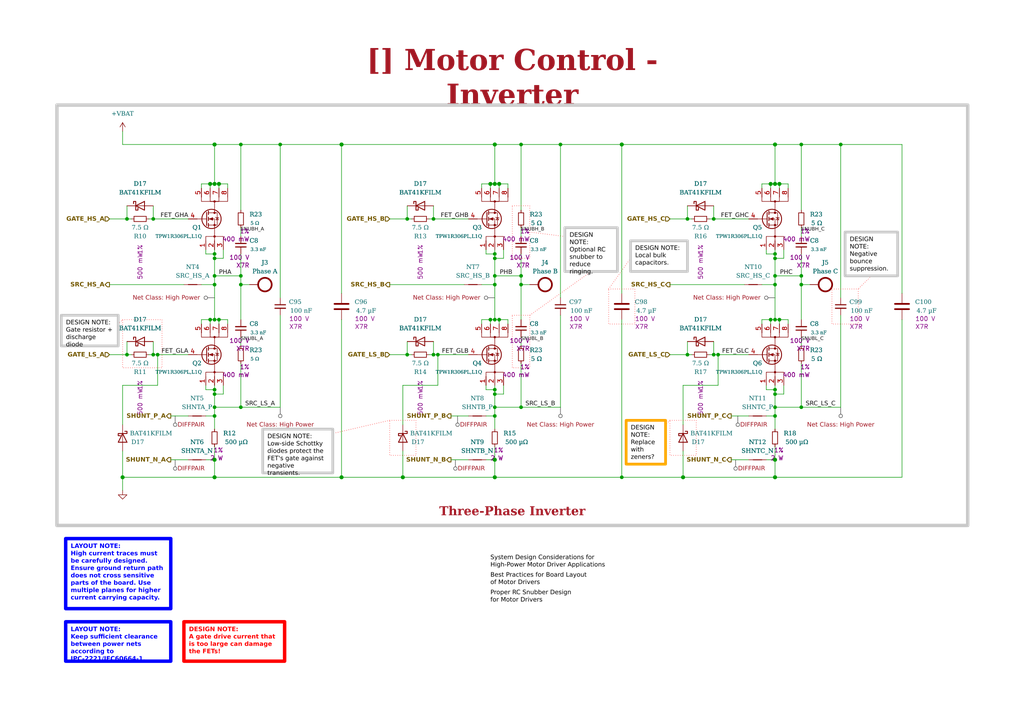
<source format=kicad_sch>
(kicad_sch (version 20231120) (generator "eeschema") (generator_version "8.0")
  (paper "A4")
  (title_block (title "Motor Control - Inverter") (date "2024-01-25") (rev "${REVISION}") (company "${COMPANY}"))
  (junction (at 224.79 74.93))
  (junction (at 144.78 53.34) (diameter 1.016))
  (junction (at 143.51 73.66))
  (junction (at 207.01 102.87))
  (junction (at 143.51 114.3))
  (junction (at 36.83 63.5))
  (junction (at 223.52 92.71))
  (junction (at 127 102.87))
  (junction (at 151.13 118.11))
  (junction (at 125.73 63.5))
  (junction (at 224.79 120.65))
  (junction (at 69.85 41.91))
  (junction (at 243.84 41.91))
  (junction (at 207.01 63.5))
  (junction (at 180.34 138.43))
  (junction (at 232.41 118.11))
  (junction (at 116.84 138.43) (diameter 1.016))
  (junction (at 224.79 41.91) (diameter 1.016))
  (junction (at 224.79 114.3))
  (junction (at 232.41 41.91))
  (junction (at 180.34 41.91) (diameter 1.016))
  (junction (at 143.51 133.35) (diameter 1.016))
  (junction (at 143.51 53.34) (diameter 1.016))
  (junction (at 69.85 82.55))
  (junction (at 118.11 63.5))
  (junction (at 63.5 53.34) (diameter 1.016))
  (junction (at 60.96 92.71))
  (junction (at 232.41 82.55))
  (junction (at 45.72 102.87))
  (junction (at 62.23 53.34) (diameter 1.016))
  (junction (at 62.23 80.01))
  (junction (at 226.06 53.34) (diameter 1.016))
  (junction (at 224.79 133.35) (diameter 1.016))
  (junction (at 60.96 53.34) (diameter 1.016))
  (junction (at 81.28 41.91))
  (junction (at 63.5 92.71))
  (junction (at 62.23 114.3))
  (junction (at 232.41 80.01))
  (junction (at 99.06 41.91) (diameter 1.016))
  (junction (at 151.13 80.01))
  (junction (at 208.28 102.87))
  (junction (at 125.73 102.87))
  (junction (at 44.45 102.87))
  (junction (at 198.12 138.43) (diameter 1.016))
  (junction (at 62.23 74.93))
  (junction (at 142.24 92.71))
  (junction (at 69.85 80.01))
  (junction (at 224.79 118.11))
  (junction (at 62.23 41.91) (diameter 1.016))
  (junction (at 62.23 73.66))
  (junction (at 118.11 102.87))
  (junction (at 62.23 133.35) (diameter 1.016))
  (junction (at 143.51 138.43) (diameter 1.016))
  (junction (at 144.78 92.71))
  (junction (at 224.79 82.55))
  (junction (at 62.23 138.43) (diameter 1.016))
  (junction (at 226.06 92.71))
  (junction (at 62.23 120.65))
  (junction (at 62.23 113.03))
  (junction (at 143.51 74.93))
  (junction (at 44.45 63.5))
  (junction (at 143.51 82.55))
  (junction (at 151.13 82.55))
  (junction (at 36.83 102.87))
  (junction (at 199.39 63.5))
  (junction (at 162.56 41.91))
  (junction (at 151.13 41.91))
  (junction (at 62.23 82.55))
  (junction (at 143.51 92.71))
  (junction (at 99.06 138.43) (diameter 1.016))
  (junction (at 62.23 118.11))
  (junction (at 143.51 80.01))
  (junction (at 143.51 41.91) (diameter 1.016))
  (junction (at 142.24 53.34) (diameter 1.016))
  (junction (at 143.51 118.11))
  (junction (at 224.79 113.03))
  (junction (at 69.85 118.11))
  (junction (at 224.79 138.43) (diameter 1.016))
  (junction (at 224.79 73.66))
  (junction (at 35.56 138.43) (diameter 1.016))
  (junction (at 62.23 92.71))
  (junction (at 143.51 120.65))
  (junction (at 224.79 53.34) (diameter 1.016))
  (junction (at 143.51 113.03))
  (junction (at 224.79 80.01))
  (junction (at 224.79 92.71))
  (junction (at 199.39 102.87))
  (junction (at 223.52 53.34) (diameter 1.016))
  (wire (pts (xy 142.24 53.34) (xy 143.51 53.34)))
  (wire (pts (xy 59.69 133.35) (xy 62.23 133.35)))
  (wire (pts (xy 125.73 63.5) (xy 124.46 63.5)))
  (wire (pts (xy 63.5 53.34) (xy 66.04 53.34)))
  (wire (pts (xy 69.85 41.91) (xy 81.28 41.91)))
  (wire (pts (xy 143.51 138.43) (xy 180.34 138.43)))
  (polyline (pts (xy 163.83 68.58) (xy 153.67 67.31)) (stroke (width 0) (type dot) (color 255 0 0 1)))
  (wire (pts (xy 69.85 66.04) (xy 69.85 68.58)))
  (wire (pts (xy 180.34 41.91) (xy 224.79 41.91)))
  (wire (pts (xy 127 102.87) (xy 135.89 102.87)))
  (wire (pts (xy 59.69 73.66) (xy 62.23 73.66)))
  (wire (pts (xy 140.97 111.76) (xy 140.97 113.03)))
  (wire (pts (xy 226.06 92.71) (xy 226.06 93.98)))
  (wire (pts (xy 118.11 63.5) (xy 119.38 63.5)))
  (wire (pts (xy 62.23 138.43) (xy 99.06 138.43)))
  (wire (pts (xy 224.79 118.11) (xy 224.79 120.65)))
  (wire (pts (xy 162.56 91.44) (xy 162.56 118.11)))
  (wire (pts (xy 223.52 53.34) (xy 223.52 54.61)))
  (wire (pts (xy 143.51 53.34) (xy 144.78 53.34)))
  (wire (pts (xy 198.12 138.43) (xy 224.79 138.43)))
  (wire (pts (xy 62.23 74.93) (xy 62.23 80.01)))
  (wire (pts (xy 63.5 92.71) (xy 66.04 92.71)))
  (wire (pts (xy 59.69 111.76) (xy 59.69 113.03)))
  (wire (pts (xy 226.06 92.71) (xy 228.6 92.71)))
  (wire (pts (xy 180.34 92.71) (xy 180.34 138.43)))
  (wire (pts (xy 44.45 99.06) (xy 44.45 102.87)))
  (wire (pts (xy 139.7 92.71) (xy 142.24 92.71)))
  (wire (pts (xy 143.51 74.93) (xy 143.51 73.66)))
  (wire (pts (xy 62.23 114.3) (xy 64.77 114.3)))
  (wire (pts (xy 151.13 118.11) (xy 162.56 118.11)))
  (wire (pts (xy 36.83 102.87) (xy 38.1 102.87)))
  (wire (pts (xy 151.13 105.41) (xy 151.13 118.11)))
  (wire (pts (xy 224.79 74.93) (xy 227.33 74.93)))
  (wire (pts (xy 220.98 82.55) (xy 224.79 82.55)))
  (wire (pts (xy 198.12 111.76) (xy 208.28 111.76)))
  (wire (pts (xy 44.45 63.5) (xy 43.18 63.5)))
  (wire (pts (xy 116.84 111.76) (xy 127 111.76)))
  (wire (pts (xy 227.33 114.3) (xy 227.33 111.76)))
  (wire (pts (xy 63.5 53.34) (xy 63.5 54.61)))
  (wire (pts (xy 226.06 53.34) (xy 228.6 53.34)))
  (wire (pts (xy 62.23 118.11) (xy 62.23 120.65)))
  (wire (pts (xy 125.73 99.06) (xy 125.73 102.87)))
  (wire (pts (xy 232.41 82.55) (xy 232.41 80.01)))
  (wire (pts (xy 224.79 114.3) (xy 224.79 118.11)))
  (wire (pts (xy 69.85 105.41) (xy 69.85 118.11)))
  (wire (pts (xy 143.51 111.76) (xy 143.51 113.03)))
  (wire (pts (xy 49.53 120.65) (xy 54.61 120.65)))
  (wire (pts (xy 224.79 120.65) (xy 224.79 124.46)))
  (wire (pts (xy 69.85 80.01) (xy 69.85 82.55)))
  (wire (pts (xy 140.97 73.66) (xy 143.51 73.66)))
  (polyline (pts (xy 252.73 80.01) (xy 248.92 83.82)) (stroke (width 0) (type dot) (color 255 0 0 1)))
  (wire (pts (xy 199.39 63.5) (xy 200.66 63.5)))
  (wire (pts (xy 143.51 82.55) (xy 143.51 80.01)))
  (wire (pts (xy 144.78 92.71) (xy 147.32 92.71)))
  (wire (pts (xy 232.41 41.91) (xy 232.41 60.96)))
  (wire (pts (xy 62.23 82.55) (xy 62.23 80.01)))
  (wire (pts (xy 64.77 114.3) (xy 64.77 111.76)))
  (wire (pts (xy 198.12 123.19) (xy 198.12 111.76)))
  (wire (pts (xy 142.24 53.34) (xy 142.24 54.61)))
  (wire (pts (xy 58.42 93.98) (xy 58.42 92.71)))
  (polyline (pts (xy 113.03 121.92) (xy 96.52 125.73)) (stroke (width 0) (type dot) (color 255 0 0 1)))
  (wire (pts (xy 59.69 120.65) (xy 62.23 120.65)))
  (wire (pts (xy 232.41 97.79) (xy 232.41 100.33)))
  (wire (pts (xy 116.84 138.43) (xy 143.51 138.43)))
  (wire (pts (xy 146.05 74.93) (xy 146.05 72.39)))
  (wire (pts (xy 194.31 82.55) (xy 215.9 82.55)))
  (wire (pts (xy 69.85 41.91) (xy 69.85 60.96)))
  (wire (pts (xy 69.85 82.55) (xy 69.85 92.71)))
  (wire (pts (xy 44.45 102.87) (xy 43.18 102.87)))
  (wire (pts (xy 199.39 99.06) (xy 199.39 102.87)))
  (wire (pts (xy 143.51 114.3) (xy 143.51 118.11)))
  (wire (pts (xy 35.56 130.81) (xy 35.56 138.43)))
  (wire (pts (xy 194.31 63.5) (xy 199.39 63.5)))
  (wire (pts (xy 143.51 133.35) (xy 143.51 129.54)))
  (wire (pts (xy 139.7 82.55) (xy 143.51 82.55)))
  (wire (pts (xy 143.51 114.3) (xy 143.51 113.03)))
  (wire (pts (xy 35.56 38.1) (xy 35.56 41.91)))
  (wire (pts (xy 62.23 133.35) (xy 62.23 129.54)))
  (wire (pts (xy 35.56 138.43) (xy 62.23 138.43)))
  (wire (pts (xy 59.69 72.39) (xy 59.69 73.66)))
  (wire (pts (xy 62.23 80.01) (xy 69.85 80.01)))
  (wire (pts (xy 99.06 138.43) (xy 116.84 138.43)))
  (wire (pts (xy 66.04 92.71) (xy 66.04 93.98)))
  (wire (pts (xy 81.28 41.91) (xy 99.06 41.91)))
  (wire (pts (xy 143.51 138.43) (xy 143.51 133.35)))
  (wire (pts (xy 162.56 41.91) (xy 180.34 41.91)))
  (wire (pts (xy 224.79 80.01) (xy 232.41 80.01)))
  (wire (pts (xy 69.85 73.66) (xy 69.85 80.01)))
  (wire (pts (xy 151.13 82.55) (xy 151.13 92.71)))
  (wire (pts (xy 224.79 82.55) (xy 224.79 92.71)))
  (wire (pts (xy 220.98 53.34) (xy 223.52 53.34)))
  (wire (pts (xy 199.39 59.69) (xy 199.39 63.5)))
  (wire (pts (xy 222.25 73.66) (xy 224.79 73.66)))
  (wire (pts (xy 59.69 113.03) (xy 62.23 113.03)))
  (wire (pts (xy 232.41 73.66) (xy 232.41 80.01)))
  (wire (pts (xy 180.34 41.91) (xy 180.34 85.09)))
  (wire (pts (xy 31.75 82.55) (xy 53.34 82.55)))
  (wire (pts (xy 207.01 99.06) (xy 207.01 102.87)))
  (wire (pts (xy 99.06 92.71) (xy 99.06 138.43)))
  (polyline (pts (xy 34.29 93.98) (xy 35.56 92.71)) (stroke (width 0) (type dot) (color 255 0 0 1)))
  (wire (pts (xy 45.72 102.87) (xy 54.61 102.87)))
  (wire (pts (xy 224.79 133.35) (xy 224.79 129.54)))
  (wire (pts (xy 62.23 114.3) (xy 62.23 118.11)))
  (wire (pts (xy 116.84 123.19) (xy 116.84 111.76)))
  (wire (pts (xy 58.42 92.71) (xy 60.96 92.71)))
  (wire (pts (xy 222.25 120.65) (xy 224.79 120.65)))
  (wire (pts (xy 130.81 120.65) (xy 135.89 120.65)))
  (wire (pts (xy 62.23 118.11) (xy 69.85 118.11)))
  (wire (pts (xy 212.09 120.65) (xy 217.17 120.65)))
  (wire (pts (xy 207.01 102.87) (xy 205.74 102.87)))
  (wire (pts (xy 35.56 138.43) (xy 35.56 142.24)))
  (wire (pts (xy 60.96 53.34) (xy 62.23 53.34)))
  (wire (pts (xy 222.25 111.76) (xy 222.25 113.03)))
  (wire (pts (xy 44.45 63.5) (xy 54.61 63.5)))
  (wire (pts (xy 99.06 41.91) (xy 143.51 41.91)))
  (wire (pts (xy 142.24 92.71) (xy 142.24 93.98)))
  (wire (pts (xy 116.84 130.81) (xy 116.84 138.43)))
  (wire (pts (xy 99.06 41.91) (xy 99.06 85.09)))
  (wire (pts (xy 35.56 123.19) (xy 35.56 111.76)))
  (wire (pts (xy 62.23 74.93) (xy 64.77 74.93)))
  (wire (pts (xy 62.23 111.76) (xy 62.23 113.03)))
  (wire (pts (xy 58.42 54.61) (xy 58.42 53.34)))
  (wire (pts (xy 151.13 41.91) (xy 162.56 41.91)))
  (wire (pts (xy 140.97 120.65) (xy 143.51 120.65)))
  (wire (pts (xy 118.11 99.06) (xy 118.11 102.87)))
  (wire (pts (xy 143.51 74.93) (xy 143.51 80.01)))
  (wire (pts (xy 224.79 138.43) (xy 224.79 133.35)))
  (wire (pts (xy 69.85 97.79) (xy 69.85 100.33)))
  (wire (pts (xy 125.73 102.87) (xy 124.46 102.87)))
  (wire (pts (xy 143.51 114.3) (xy 146.05 114.3)))
  (wire (pts (xy 151.13 118.11) (xy 143.51 118.11)))
  (wire (pts (xy 142.24 92.71) (xy 143.51 92.71)))
  (wire (pts (xy 36.83 63.5) (xy 38.1 63.5)))
  (wire (pts (xy 223.52 92.71) (xy 223.52 93.98)))
  (wire (pts (xy 58.42 53.34) (xy 60.96 53.34)))
  (wire (pts (xy 113.03 82.55) (xy 134.62 82.55)))
  (wire (pts (xy 143.51 41.91) (xy 151.13 41.91)))
  (wire (pts (xy 139.7 54.61) (xy 139.7 53.34)))
  (wire (pts (xy 224.79 53.34) (xy 226.06 53.34)))
  (wire (pts (xy 224.79 114.3) (xy 224.79 113.03)))
  (wire (pts (xy 151.13 82.55) (xy 151.13 80.01)))
  (wire (pts (xy 140.97 133.35) (xy 143.51 133.35)))
  (wire (pts (xy 243.84 41.91) (xy 243.84 86.36)))
  (wire (pts (xy 162.56 41.91) (xy 162.56 86.36)))
  (wire (pts (xy 69.85 118.11) (xy 81.28 118.11)))
  (wire (pts (xy 207.01 59.69) (xy 207.01 63.5)))
  (wire (pts (xy 261.62 41.91) (xy 261.62 85.09)))
  (wire (pts (xy 140.97 113.03) (xy 143.51 113.03)))
  (wire (pts (xy 62.23 72.39) (xy 62.23 73.66)))
  (wire (pts (xy 125.73 59.69) (xy 125.73 63.5)))
  (wire (pts (xy 60.96 92.71) (xy 60.96 93.98)))
  (wire (pts (xy 113.03 102.87) (xy 118.11 102.87)))
  (polyline (pts (xy 171.45 78.74) (xy 153.67 91.44)) (stroke (width 0) (type dot) (color 255 0 0 1)))
  (wire (pts (xy 81.28 41.91) (xy 81.28 86.36)))
  (wire (pts (xy 199.39 102.87) (xy 200.66 102.87)))
  (wire (pts (xy 143.51 92.71) (xy 144.78 92.71)))
  (wire (pts (xy 232.41 105.41) (xy 232.41 118.11)))
  (wire (pts (xy 232.41 41.91) (xy 243.84 41.91)))
  (wire (pts (xy 232.41 66.04) (xy 232.41 68.58)))
  (wire (pts (xy 143.51 80.01) (xy 151.13 80.01)))
  (wire (pts (xy 144.78 92.71) (xy 144.78 93.98)))
  (wire (pts (xy 49.53 133.35) (xy 54.61 133.35)))
  (wire (pts (xy 223.52 92.71) (xy 224.79 92.71)))
  (wire (pts (xy 194.31 102.87) (xy 199.39 102.87)))
  (wire (pts (xy 44.45 102.87) (xy 45.72 102.87)))
  (wire (pts (xy 212.09 133.35) (xy 217.17 133.35)))
  (wire (pts (xy 151.13 41.91) (xy 151.13 60.96)))
  (wire (pts (xy 125.73 102.87) (xy 127 102.87)))
  (wire (pts (xy 224.79 41.91) (xy 224.79 53.34)))
  (wire (pts (xy 62.23 120.65) (xy 62.23 124.46)))
  (wire (pts (xy 127 111.76) (xy 127 102.87)))
  (wire (pts (xy 220.98 54.61) (xy 220.98 53.34)))
  (wire (pts (xy 207.01 63.5) (xy 217.17 63.5)))
  (wire (pts (xy 227.33 74.93) (xy 227.33 72.39)))
  (wire (pts (xy 224.79 72.39) (xy 224.79 73.66)))
  (wire (pts (xy 66.04 53.34) (xy 66.04 54.61)))
  (wire (pts (xy 228.6 92.71) (xy 228.6 93.98)))
  (wire (pts (xy 228.6 53.34) (xy 228.6 54.61)))
  (wire (pts (xy 36.83 59.69) (xy 36.83 63.5)))
  (wire (pts (xy 224.79 74.93) (xy 224.79 80.01)))
  (wire (pts (xy 62.23 82.55) (xy 62.23 92.71)))
  (wire (pts (xy 224.79 111.76) (xy 224.79 113.03)))
  (wire (pts (xy 118.11 102.87) (xy 119.38 102.87)))
  (wire (pts (xy 207.01 63.5) (xy 205.74 63.5)))
  (polyline (pts (xy 194.31 121.92) (xy 193.04 123.19)) (stroke (width 0) (type dot) (color 255 0 0 1)))
  (wire (pts (xy 243.84 41.91) (xy 261.62 41.91)))
  (wire (pts (xy 60.96 92.71) (xy 62.23 92.71)))
  (wire (pts (xy 143.51 82.55) (xy 143.51 92.71)))
  (wire (pts (xy 207.01 102.87) (xy 208.28 102.87)))
  (wire (pts (xy 220.98 92.71) (xy 223.52 92.71)))
  (wire (pts (xy 232.41 82.55) (xy 232.41 92.71)))
  (wire (pts (xy 58.42 82.55) (xy 62.23 82.55)))
  (wire (pts (xy 118.11 59.69) (xy 118.11 63.5)))
  (wire (pts (xy 151.13 73.66) (xy 151.13 80.01)))
  (wire (pts (xy 243.84 91.44) (xy 243.84 118.11)))
  (wire (pts (xy 45.72 111.76) (xy 45.72 102.87)))
  (wire (pts (xy 31.75 63.5) (xy 36.83 63.5)))
  (wire (pts (xy 113.03 63.5) (xy 118.11 63.5)))
  (wire (pts (xy 222.25 113.03) (xy 224.79 113.03)))
  (wire (pts (xy 151.13 97.79) (xy 151.13 100.33)))
  (wire (pts (xy 44.45 59.69) (xy 44.45 63.5)))
  (wire (pts (xy 62.23 41.91) (xy 62.23 53.34)))
  (wire (pts (xy 261.62 92.71) (xy 261.62 138.43)))
  (wire (pts (xy 36.83 99.06) (xy 36.83 102.87)))
  (wire (pts (xy 147.32 92.71) (xy 147.32 93.98)))
  (wire (pts (xy 208.28 111.76) (xy 208.28 102.87)))
  (wire (pts (xy 223.52 53.34) (xy 224.79 53.34)))
  (wire (pts (xy 62.23 92.71) (xy 63.5 92.71)))
  (wire (pts (xy 180.34 138.43) (xy 198.12 138.43)))
  (wire (pts (xy 143.51 118.11) (xy 143.51 120.65)))
  (wire (pts (xy 62.23 138.43) (xy 62.23 133.35)))
  (wire (pts (xy 224.79 138.43) (xy 261.62 138.43)))
  (wire (pts (xy 147.32 53.34) (xy 147.32 54.61)))
  (wire (pts (xy 62.23 74.93) (xy 62.23 73.66)))
  (wire (pts (xy 62.23 53.34) (xy 63.5 53.34)))
  (wire (pts (xy 151.13 66.04) (xy 151.13 68.58)))
  (wire (pts (xy 224.79 82.55) (xy 224.79 80.01)))
  (wire (pts (xy 224.79 74.93) (xy 224.79 73.66)))
  (wire (pts (xy 232.41 82.55) (xy 234.95 82.55)))
  (wire (pts (xy 60.96 53.34) (xy 60.96 54.61)))
  (wire (pts (xy 143.51 120.65) (xy 143.51 124.46)))
  (wire (pts (xy 81.28 91.44) (xy 81.28 118.11)))
  (wire (pts (xy 208.28 102.87) (xy 217.17 102.87)))
  (wire (pts (xy 224.79 118.11) (xy 232.41 118.11)))
  (wire (pts (xy 224.79 92.71) (xy 226.06 92.71)))
  (wire (pts (xy 63.5 92.71) (xy 63.5 93.98)))
  (wire (pts (xy 144.78 53.34) (xy 147.32 53.34)))
  (wire (pts (xy 139.7 53.34) (xy 142.24 53.34)))
  (wire (pts (xy 35.56 111.76) (xy 45.72 111.76)))
  (wire (pts (xy 222.25 72.39) (xy 222.25 73.66)))
  (wire (pts (xy 144.78 53.34) (xy 144.78 54.61)))
  (wire (pts (xy 64.77 74.93) (xy 64.77 72.39)))
  (wire (pts (xy 224.79 114.3) (xy 227.33 114.3)))
  (wire (pts (xy 198.12 130.81) (xy 198.12 138.43)))
  (wire (pts (xy 224.79 41.91) (xy 232.41 41.91)))
  (wire (pts (xy 125.73 63.5) (xy 135.89 63.5)))
  (wire (pts (xy 139.7 93.98) (xy 139.7 92.71)))
  (wire (pts (xy 69.85 82.55) (xy 72.39 82.55)))
  (wire (pts (xy 220.98 93.98) (xy 220.98 92.71)))
  (wire (pts (xy 143.51 74.93) (xy 146.05 74.93)))
  (polyline (pts (xy 182.88 74.93) (xy 176.53 83.82)) (stroke (width 0) (type dot) (color 255 0 0 1)))
  (wire (pts (xy 62.23 114.3) (xy 62.23 113.03)))
  (wire (pts (xy 62.23 41.91) (xy 69.85 41.91)))
  (wire (pts (xy 143.51 41.91) (xy 143.51 53.34)))
  (wire (pts (xy 31.75 102.87) (xy 36.83 102.87)))
  (wire (pts (xy 222.25 133.35) (xy 224.79 133.35)))
  (wire (pts (xy 232.41 118.11) (xy 243.84 118.11)))
  (wire (pts (xy 140.97 72.39) (xy 140.97 73.66)))
  (wire (pts (xy 35.56 41.91) (xy 62.23 41.91)))
  (wire (pts (xy 151.13 82.55) (xy 153.67 82.55)))
  (wire (pts (xy 226.06 53.34) (xy 226.06 54.61)))
  (wire (pts (xy 130.81 133.35) (xy 135.89 133.35)))
  (wire (pts (xy 146.05 114.3) (xy 146.05 111.76)))
  (wire (pts (xy 143.51 72.39) (xy 143.51 73.66)))
  (rectangle (start 241.3 83.82) (end 248.92 93.98) (stroke (width 0) (type dot) (color 255 0 0 1)))
  (rectangle (start 35.56 92.71) (end 46.99 106.68) (stroke (width 0) (type dot) (color 255 0 0 1)))
  (rectangle (start 194.31 121.92) (end 201.93 132.08) (stroke (width 0) (type dot) (color 255 0 0 1)))
  (rectangle (start 16.51 30.48) (end 280.67 152.4) (stroke (width 1) (color 200 200 200 1)))
  (rectangle (start 148.59 59.69) (end 153.67 74.93) (stroke (width 0) (type dot) (color 255 0 0 1)))
  (rectangle (start 113.03 121.92) (end 120.65 132.08) (stroke (width 0) (type dot) (color 255 0 0 1)))
  (rectangle (start 148.59 91.44) (end 153.67 106.68) (stroke (width 0) (type dot) (color 255 0 0 1)))
  (rectangle (start 176.53 83.82) (end 184.15 93.98) (stroke (width 0) (type dot) (color 255 0 0 1)))
  (text_box "DESIGN NOTE:\nNegative bounce suppression." (at 245.11 67.31 0) (size 15.24 12.7) (stroke (width 0.8) (color 200 200 200 1)) (effects (font (size 1.27 1.27)) (justify left top)))
  (text_box "DESIGN NOTE:\nA gate drive current that is too large can damage the FETs!" (at 53.34 180.34 0) (size 29.21 11.43) (stroke (width 1) (color 255 0 0 1)) (effects (font (size 1.27 1.27) (thickness 0.4) (bold yes)) (justify left top)))
  (text_box "DESIGN NOTE:\nLocal bulk capacitors." (at 182.88 69.85 0) (size 16.51 8.89) (stroke (width 0.8) (color 200 200 200 1)) (effects (font (size 1.27 1.27)) (justify left top)))
  (text_box "[${#}] ${TITLE}" (at 87.63 16.51 0) (size 121.92 12.7) (stroke (width -0.0001)) (effects (font (size 6 6) (thickness 1.2) (bold yes))))
  (text_box "LAYOUT NOTE:\nHigh current traces must be carefully designed. Ensure ground return path does not cross sensitive parts of the board. Use multiple planes for higher current carrying capacity." (at 19.05 156.21 0) (size 30.48 20.32) (stroke (width 1) (color 0 0 255 1)) (effects (font (size 1.27 1.27) (thickness 0.4) (bold yes)) (justify left top)))
  (text_box "LAYOUT NOTE:\nKeep sufficient clearance between power nets according to IPC-2221/IEC60664-1." (at 19.05 180.34 0) (size 30.48 11.43) (stroke (width 1) (color 0 0 255 1)) (effects (font (size 1.27 1.27) (thickness 0.4) (bold yes)) (justify left top)))
  (text_box "Three-Phase Inverter" (at 17.78 142.24 0) (size 261.62 9.525) (stroke (width -0.0001)) (effects (font (size 2.54 2.54) (thickness 0.508) (bold yes)) (justify bottom)))
  (text_box "DESIGN NOTE:\nReplace with zeners?" (at 181.61 121.92 0) (size 11.43 12.7) (stroke (width 0.8) (color 255 165 0 1)) (effects (font (size 1.27 1.27)) (justify left top)))
  (text_box "DESIGN NOTE:\nLow-side Schottky diodes protect the FET's gate against negative transients." (at 76.2 124.46 0) (size 20.32 12.7) (stroke (width 0.8) (color 200 200 200 1)) (effects (font (size 1.27 1.27)) (justify left top)))
  (text_box "DESIGN NOTE:\nGate resistor + discharge diode" (at 17.78 91.44 0) (size 16.51 8.89) (stroke (width 0.8) (color 200 200 200 1)) (effects (font (size 1.27 1.27)) (justify left top)))
  (text_box "DESIGN NOTE:\nOptional RC snubber to reduce ringing." (at 163.83 66.04 0) (size 15.24 12.7) (stroke (width 0.8) (color 200 200 200 1)) (effects (font (size 1.27 1.27)) (justify left top)))
  (text "Best Practices for Board Layout \nof Motor Drivers" (at 142.24 170.18 0) (effects (font (size 1.27 1.27)) (justify left bottom)))
  (text "Proper RC Snubber Design \nfor Motor Drivers" (at 142.24 175.26 0) (effects (font (size 1.27 1.27)) (justify left bottom)))
  (text "System Design Considerations for \nHigh-Power Motor Driver Applications" (at 142.24 165.1 0) (effects (font (size 1.27 1.27)) (justify left bottom)))
  (label "SNUBH_B" (at 151.13 67.31 0) (effects (font (size 1.016 1.016))))
  (label "PHB" (at 148.59 80.01 180))
  (label "SNUBH_C" (at 232.41 67.31 0) (effects (font (size 1.016 1.016))))
  (label "FET_GHC" (at 217.17 63.5 180))
  (label "FET_GHA" (at 54.61 63.5 180))
  (label "SNUBL_B" (at 151.13 99.06 0) (effects (font (size 1.016 1.016))))
  (label "SNUBH_A" (at 69.85 67.31 0) (effects (font (size 1.016 1.016))))
  (label "FET_GLB" (at 135.89 102.87 180))
  (label "SRC_LS_A" (at 71.12 118.11 0))
  (label "SRC_LS_C" (at 233.68 118.11 0))
  (label "PHC" (at 229.87 80.01 180))
  (label "SRC_LS_B" (at 152.4 118.11 0))
  (label "FET_GLA" (at 54.61 102.87 180))
  (label "SNUBL_C" (at 232.41 99.06 0) (effects (font (size 1.016 1.016))))
  (label "PHA" (at 63.5 80.01 0))
  (label "SNUBL_A" (at 69.85 99.06 0) (effects (font (size 1.016 1.016))))
  (label "FET_GHB" (at 135.89 63.5 180))
  (label "FET_GLC" (at 217.17 102.87 180))
  (hierarchical_label "SHUNT_N_C" (shape output) (at 212.09 133.35 180) (effects (font (thickness 0.254) (bold yes))))
  (hierarchical_label "SHUNT_N_A" (shape output) (at 49.53 133.35 180) (effects (font (thickness 0.254) (bold yes))))
  (hierarchical_label "SRC_HS_C" (shape output) (at 194.31 82.55 180) (effects (font (thickness 0.254) (bold yes))))
  (hierarchical_label "GATE_LS_B" (shape input) (at 113.03 102.87 180) (effects (font (thickness 0.254) (bold yes))))
  (hierarchical_label "GATE_HS_C" (shape input) (at 194.31 63.5 180) (effects (font (thickness 0.254) (bold yes))))
  (hierarchical_label "SRC_HS_A" (shape output) (at 31.75 82.55 180) (effects (font (thickness 0.254) (bold yes))))
  (hierarchical_label "SHUNT_P_A" (shape output) (at 49.53 120.65 180) (effects (font (thickness 0.254) (bold yes))))
  (hierarchical_label "GATE_HS_B" (shape input) (at 113.03 63.5 180) (effects (font (thickness 0.254) (bold yes))))
  (hierarchical_label "SHUNT_P_B" (shape output) (at 130.81 120.65 180) (effects (font (thickness 0.254) (bold yes))))
  (hierarchical_label "SHUNT_P_C" (shape output) (at 212.09 120.65 180) (effects (font (thickness 0.254) (bold yes))))
  (hierarchical_label "GATE_LS_C" (shape input) (at 194.31 102.87 180) (effects (font (thickness 0.254) (bold yes))))
  (hierarchical_label "GATE_HS_A" (shape input) (at 31.75 63.5 180) (effects (font (thickness 0.254) (bold yes))))
  (hierarchical_label "GATE_LS_A" (shape input) (at 31.75 102.87 180) (effects (font (thickness 0.254) (bold yes))))
  (hierarchical_label "SRC_HS_B" (shape output) (at 113.03 82.55 180) (effects (font (thickness 0.254) (bold yes))))
  (hierarchical_label "SHUNT_N_B" (shape output) (at 130.81 133.35 180) (effects (font (thickness 0.254) (bold yes))))
  (netclass_flag "" (length 2.54) (shape round) (at 81.28 118.11 180) (property "Netclass" "High Power" (at 81.28 123.19 0) (show_name) (effects (font (italic yes)))))
  (netclass_flag "" (length 2.54) (shape round) (at 132.08 133.35 180) (property "Kelvin Diff Pair" "DIFFPAIR" (at 132.7785 135.89 0) (effects (font (italic yes)) (justify left))))
  (netclass_flag "" (length 2.54) (shape round) (at 62.23 86.36 90) (property "Netclass" "High Power" (at 48.26 86.36 0) (show_name) (effects (font (italic yes)))))
  (netclass_flag "" (length 2.54) (shape round) (at 162.56 118.11 180) (property "Netclass" "High Power" (at 162.56 123.19 0) (show_name) (effects (font (italic yes)))))
  (netclass_flag "" (length 2.54) (shape round) (at 243.84 118.11 180) (property "Netclass" "High Power" (at 243.84 123.19 0) (show_name) (effects (font (italic yes)))))
  (netclass_flag "" (length 2.54) (shape round) (at 143.51 86.36 90) (property "Netclass" "High Power" (at 129.54 86.36 0) (show_name) (effects (font (italic yes)))))
  (netclass_flag "" (length 2.54) (shape round) (at 213.36 133.35 180) (property "Kelvin Diff Pair" "DIFFPAIR" (at 214.0585 135.89 0) (effects (font (italic yes)) (justify left))))
  (netclass_flag "" (length 2.54) (shape round) (at 224.79 86.36 90) (property "Netclass" "High Power" (at 210.82 86.36 0) (show_name) (effects (font (italic yes)))))
  (netclass_flag "" (length 2.54) (shape round) (at 50.8 133.35 180) (property "Kelvin Diff Pair" "DIFFPAIR" (at 51.4985 135.89 0) (effects (font (italic yes)) (justify left))))
  (netclass_flag "" (length 2.54) (shape round) (at 50.8 120.65 180) (property "Kelvin Diff Pair" "DIFFPAIR" (at 51.4985 123.19 0) (effects (font (italic yes)) (justify left))))
  (netclass_flag "" (length 2.54) (shape round) (at 132.715 120.65 180) (property "Kelvin Diff Pair" "DIFFPAIR" (at 133.4135 123.19 0) (effects (font (italic yes)) (justify left))))
  (netclass_flag "" (length 2.54) (shape round) (at 213.995 120.65 180) (property "Kelvin Diff Pair" "DIFFPAIR" (at 214.6935 123.19 0) (effects (font (italic yes)) (justify left))))
  (symbol (lib_id "0_transistor_fet:TPW1R306PL,L1Q") (at 222.25 63.5 0) (unit 1)
    (property "Reference" "Q5" (at 220.98 66.04 0) (effects (justify right)))
    (property "Value" "TPW1R306PL,L1Q" (at 220.98 68.58 0) (effects (font (size 1.016 1.016)) (justify right)))
    (property "Footprint" "0_transistor_fet:2-5S1A" (effects (hide yes)))
    (property "Datasheet" "https://toshiba.semicon-storage.com/info/TPW1R306PL_datasheet_en_20191021.pdf?did=55843&prodName=TPW1R306PL" (effects (hide yes)))
    (property "Description" "N-Channel 60 V 260A (Tc) 960mW (Ta), 170W (Tc) Surface Mount 8-DSOP Advance" (effects (hide yes)))
    (property "Supplier 1" "Digikey" (effects (hide yes)))
    (property "Supplier Part Number 1" "TPW1R306PLL1QCT-ND" (effects (hide yes)))
    (property "manf" "Toshiba Semiconductor and Storage" (effects (hide yes)))
    (property "manf#" "TPW1R306PL,L1Q" (effects (hide yes)))
    (property "Manufacturer" "Toshiba Semiconductor and Storage" (effects (hide yes)))
    (property "Manufacturer Part Number" "TPW1R306PL,L1Q" (effects (hide yes)))
  )
  (symbol (lib_id "Device:R_Small") (at 69.85 63.5 180) (unit 1)
    (property "Reference" "R58" (at 72.39 62.23 0) (effects (justify right)))
    (property "Value" "5 Ω" (at 72.39 64.77 0) (effects (font (size 1 1)) (justify right)))
    (property "Footprint" "0_resistor_smd:R_0603_1608_DensityHigh" (effects (hide yes)))
    (property "Datasheet" "https://www.seielect.com/catalog/sei-csrt.pdf" (effects (hide yes)))
    (property "Description" "5 Ohms ±1% 0.4W Chip Resistor 0603 (1608 Metric) Automotive AEC-Q200, Current Sense Thin Film" (effects (hide yes)))
    (property "Supplier 1" "Digikey" (effects (hide yes)))
    (property "Supplier Part Number 1" "738-CSRT0603FT5R00CT-ND" (effects (hide yes)))
    (property "Config" "-NO_SNUBBER,-NONE" (effects (hide yes)))
    (property "manf" "Stackpole Electronics Inc" (effects (hide yes)))
    (property "manf#" "CSRT0603FT5R00" (effects (hide yes)))
    (property "Manufacturer" "Stackpole Electronics Inc" (effects (hide yes)))
    (property "Manufacturer Part Number" "CSRT0603FT5R00" (effects (hide yes)))
    (property "tolerance" "1%" (at 72.39 67.056 0) (effects (justify left)))
    (property "power" "400 mW" (at 72.39 69.342 0) (effects (justify left)))
    (instances (project "pcb2blender_tmp" (path "" (reference "R23") (unit 1)) (path "" (reference "R30") (unit 1)) (path "" (reference "R58") (unit 1))))
  )
  (symbol (lib_name "BAT41KFILM_1") (lib_id "0_diode:BAT41KFILM") (at 198.12 127 270) (unit 1)
    (property "Reference" "D9" (at 200.66 128.27 90) (effects (justify left)))
    (property "Value" "BAT41KFILM" (at 200.66 125.73 90) (effects (justify left)))
    (property "Footprint" "0_diode_smd:D_SOD-523" (effects (hide yes)))
    (property "Datasheet" "https://www.st.com/content/ccc/resource/technical/document/datasheet/5b/cd/d8/0a/45/56/41/6c/CD00130227.pdf/files/CD00130227.pdf/jcr:content/translations/en.CD00130227.pdf" (effects (hide yes)))
    (property "Description" "Diode 100 V 200mA Surface Mount SOD-523" (effects (hide yes)))
    (property "Supplier 1" "Digikey" (effects (hide yes)))
    (property "Supplier Part Number 1" "497-5556-1-ND" (effects (hide yes)))
    (property "manf" "STMicroelectronics" (effects (hide yes)))
    (property "manf#" "BAT41KFILM" (effects (hide yes)))
    (property "Manufacturer" "STMicroelectronics" (effects (hide yes)))
    (property "Manufacturer Part Number" "BAT41KFILM" (effects (hide yes)))
    (instances (project "pcb2blender_tmp" (path "" (reference "D17") (unit 1)) (path "" (reference "D12") (unit 1)) (path "" (reference "D9") (unit 1))))
  )
  (symbol (lib_id "Device:NetTie_2") (at 218.44 82.55 0) (unit 1) (in_bom no)
    (property "Reference" "NT10" (at 218.44 77.47 0))
    (property "Value" "SRC_HS_C" (at 218.44 80.01 0))
    (property "Footprint" "0_net_tie:NetTie-2_SMD_Pad0.4mm" (effects (hide yes)))
  )
  (symbol (lib_name "BAT41KFILM_1") (lib_id "0_diode:BAT41KFILM") (at 121.92 59.69 0) (unit 1)
    (property "Reference" "D7" (at 121.92 53.34 0))
    (property "Value" "BAT41KFILM" (at 121.92 55.88 0))
    (property "Footprint" "0_diode_smd:D_SOD-523" (effects (hide yes)))
    (property "Datasheet" "https://www.st.com/content/ccc/resource/technical/document/datasheet/5b/cd/d8/0a/45/56/41/6c/CD00130227.pdf/files/CD00130227.pdf/jcr:content/translations/en.CD00130227.pdf" (effects (hide yes)))
    (property "Description" "Diode 100 V 200mA Surface Mount SOD-523" (effects (hide yes)))
    (property "Supplier 1" "Digikey" (effects (hide yes)))
    (property "Supplier Part Number 1" "497-5556-1-ND" (effects (hide yes)))
    (property "manf" "STMicroelectronics" (effects (hide yes)))
    (property "manf#" "BAT41KFILM" (effects (hide yes)))
    (property "Manufacturer" "STMicroelectronics" (effects (hide yes)))
    (property "Manufacturer Part Number" "BAT41KFILM" (effects (hide yes)))
    (instances (project "pcb2blender_tmp" (path "" (reference "D17") (unit 1)) (path "" (reference "D12") (unit 1)) (path "" (reference "D7") (unit 1))))
  )
  (symbol (lib_id "Device:NetTie_2") (at 55.88 82.55 0) (unit 1) (in_bom no)
    (property "Reference" "NT4" (at 55.88 77.47 0))
    (property "Value" "SRC_HS_A" (at 55.88 80.01 0))
    (property "Footprint" "0_net_tie:NetTie-2_SMD_Pad0.4mm" (effects (hide yes)))
  )
  (symbol (lib_id "Device:C_Small") (at 151.13 71.12 180) (unit 1)
    (property "Reference" "C137" (at 153.67 69.85 0) (effects (justify right)))
    (property "Value" "3.3 nF" (at 153.67 72.39 0) (effects (font (size 1 1)) (justify right)))
    (property "Footprint" "0_capacitor_smd:C_0402_1005_DensityHigh" (effects (hide yes)))
    (property "Datasheet" "https://search.murata.co.jp/Ceramy/image/img/A01X/G101/ENG/GRM155R72A332KA01-01.pdf" (effects (hide yes)))
    (property "Description" "3300 pF ±10% 100V Ceramic Capacitor X7R 0402 (1005 Metric)" (effects (hide yes)))
    (property "Supplier 1" "Digikey" (effects (hide yes)))
    (property "Supplier Part Number 1" "490-8261-1-ND" (effects (hide yes)))
    (property "Config" "-NO_SNUBBER,-NONE" (effects (hide yes)))
    (property "manf" "Murata Electronics" (effects (hide yes)))
    (property "manf#" "GRM155R72A332KA01D" (effects (hide yes)))
    (property "Manufacturer" "Murata Electronics" (effects (hide yes)))
    (property "Manufacturer Part Number" "GRM155R72A332KA01D" (effects (hide yes)))
    (property "voltage" "100 V" (at 153.67 74.676 0) (effects (justify left)))
    (property "temp_coef" "X7R" (at 153.67 76.962 0) (effects (justify left)))
    (instances (project "pcb2blender_tmp" (path "" (reference "C8") (unit 1)) (path "" (reference "C137") (unit 1))))
  )
  (symbol (lib_id "Device:C") (at 99.06 88.9 0) (unit 1)
    (property "Reference" "C96" (at 102.87 87.63 0) (effects (justify left)))
    (property "Value" "4.7 µF" (at 102.87 90.17 0) (effects (justify left)))
    (property "Footprint" "0_capacitor_smd:C_1206_3216_DensityHighest" (effects (hide yes)))
    (property "Datasheet" "https://search.murata.co.jp/Ceramy/image/img/A01X/G101/ENG/GRJ31CZ72A475KE01-01.pdf" (effects (hide yes)))
    (property "Description" "4.7 µF ±10% 100V Ceramic Capacitor X7R 1206 (3216 Metric)" (effects (hide yes)))
    (property "Supplier 1" "Digikey" (effects (hide yes)))
    (property "Supplier Part Number 1" "490-GRJ31CZ72A475KE01LCT-ND" (effects (hide yes)))
    (property "manf" "Murata Electronics" (effects (hide yes)))
    (property "manf#" "GRJ31CZ72A475KE01L" (effects (hide yes)))
    (property "Manufacturer" "Murata Electronics" (effects (hide yes)))
    (property "Manufacturer Part Number" "GRJ31CZ72A475KE01L" (effects (hide yes)))
    (property "voltage" "100 V" (at 102.87 92.456 0) (effects (justify left)))
    (property "temp_coef" "X7R" (at 102.87 94.742 0) (effects (justify left)))
  )
  (symbol (lib_id "Device:R_Small") (at 62.23 127 180) (unit 1)
    (property "Reference" "R12" (at 64.77 125.73 0) (effects (justify right)))
    (property "Value" "500 µΩ" (at 64.77 128.27 0) (effects (justify right)))
    (property "Footprint" "0_resistor_smd:HCS1206FTL500" (effects (hide yes)))
    (property "Datasheet" "https://www.seielect.com/catalog/sei-hcs.pdf" (effects (hide yes)))
    (property "Description" "0.5 mOhms ±1% 2W Chip Resistor 1206 (3216 Metric) Automotive AEC-Q200, Current Sense, Moisture Resistant Metal Element" (effects (hide yes)))
    (property "Supplier 1" "Digikey" (effects (hide yes)))
    (property "Supplier Part Number 1" "HCS1206FTL500CT-ND" (effects (hide yes)))
    (property "manf" "Stackpole Electronics Inc" (effects (hide yes)))
    (property "manf#" "HCS1206FTL500" (effects (hide yes)))
    (property "Manufacturer" "Stackpole Electronics Inc" (effects (hide yes)))
    (property "Manufacturer Part Number" "HCS1206FTL500" (effects (hide yes)))
    (property "tolerance" "1%" (at 64.77 130.556 0) (effects (justify left)))
    (property "power" "2 W" (at 64.77 132.842 0) (effects (justify left)))
  )
  (symbol (lib_id "0_transistor_fet:TPW1R306PL,L1Q") (at 59.69 102.87 0) (unit 1)
    (property "Reference" "Q2" (at 58.42 105.41 0) (effects (justify right)))
    (property "Value" "TPW1R306PL,L1Q" (at 58.42 107.95 0) (effects (font (size 1.016 1.016)) (justify right)))
    (property "Footprint" "0_transistor_fet:2-5S1A" (effects (hide yes)))
    (property "Datasheet" "https://toshiba.semicon-storage.com/info/TPW1R306PL_datasheet_en_20191021.pdf?did=55843&prodName=TPW1R306PL" (effects (hide yes)))
    (property "Description" "N-Channel 60 V 260A (Tc) 960mW (Ta), 170W (Tc) Surface Mount 8-DSOP Advance" (effects (hide yes)))
    (property "Supplier 1" "Digikey" (effects (hide yes)))
    (property "Supplier Part Number 1" "TPW1R306PLL1QCT-ND" (effects (hide yes)))
    (property "manf" "Toshiba Semiconductor and Storage" (effects (hide yes)))
    (property "manf#" "TPW1R306PL,L1Q" (effects (hide yes)))
    (property "Manufacturer" "Toshiba Semiconductor and Storage" (effects (hide yes)))
    (property "Manufacturer Part Number" "TPW1R306PL,L1Q" (effects (hide yes)))
  )
  (symbol (lib_id "Device:NetTie_2") (at 138.43 133.35 0) (unit 1) (in_bom no)
    (property "Reference" "NT9" (at 138.43 128.27 0))
    (property "Value" "SHNTB_N" (at 138.43 130.81 0))
    (property "Footprint" "0_net_tie:NetTie-2_SMD_Pad0.2mm" (effects (hide yes)))
  )
  (symbol (lib_id "Device:R_Small") (at 121.92 63.5 90) (mirror x) (unit 1)
    (property "Reference" "R13" (at 121.92 68.58 90))
    (property "Value" "7.5 Ω" (at 121.92 66.04 90))
    (property "Footprint" "0_resistor_smd:R_0805_2012_DensityHigh" (effects (hide yes)))
    (property "Datasheet" "https://www.vishay.com/docs/20043/crcwhpe3.pdf" (effects (hide yes)))
    (property "Description" "7.5 Ohms ±1% 0.5W, 1/2W Chip Resistor 0805 (2012 Metric) Automotive AEC-Q200, Pulse Withstanding Thick Film" (effects (hide yes)))
    (property "Supplier 1" "Digikey" (effects (hide yes)))
    (property "Supplier Part Number 1" "541-7.50TCT-ND" (effects (hide yes)))
    (property "manf" "Vishay" (effects (hide yes)))
    (property "manf#" "CRCW08057R50FKEAHP" (effects (hide yes)))
    (property "Manufacturer" "Vishay" (effects (hide yes)))
    (property "Manufacturer Part Number" "CRCW08057R50FKEAHP" (effects (hide yes)))
    (property "tolerance" "1%" (at 121.92 70.866 0) (effects (justify left)))
    (property "power" "500 mW" (at 121.92 73.152 0) (effects (justify left)))
  )
  (symbol (lib_id "Device:R_Small") (at 203.2 102.87 90) (mirror x) (unit 1)
    (property "Reference" "R17" (at 203.2 107.95 90))
    (property "Value" "7.5 Ω" (at 203.2 105.41 90))
    (property "Footprint" "0_resistor_smd:R_0805_2012_DensityHigh" (effects (hide yes)))
    (property "Datasheet" "https://www.vishay.com/docs/20043/crcwhpe3.pdf" (effects (hide yes)))
    (property "Description" "7.5 Ohms ±1% 0.5W, 1/2W Chip Resistor 0805 (2012 Metric) Automotive AEC-Q200, Pulse Withstanding Thick Film" (effects (hide yes)))
    (property "Supplier 1" "Digikey" (effects (hide yes)))
    (property "Supplier Part Number 1" "541-7.50TCT-ND" (effects (hide yes)))
    (property "manf" "Vishay" (effects (hide yes)))
    (property "manf#" "CRCW08057R50FKEAHP" (effects (hide yes)))
    (property "Manufacturer" "Vishay" (effects (hide yes)))
    (property "Manufacturer Part Number" "CRCW08057R50FKEAHP" (effects (hide yes)))
    (property "tolerance" "1%" (at 203.2 110.236 0) (effects (justify left)))
    (property "power" "500 mW" (at 203.2 112.522 0) (effects (justify left)))
  )
  (symbol (lib_id "0_transistor_fet:TPW1R306PL,L1Q") (at 140.97 102.87 0) (unit 1)
    (property "Reference" "Q4" (at 139.7 105.41 0) (effects (justify right)))
    (property "Value" "TPW1R306PL,L1Q" (at 139.7 107.95 0) (effects (font (size 1.016 1.016)) (justify right)))
    (property "Footprint" "0_transistor_fet:2-5S1A" (effects (hide yes)))
    (property "Datasheet" "https://toshiba.semicon-storage.com/info/TPW1R306PL_datasheet_en_20191021.pdf?did=55843&prodName=TPW1R306PL" (effects (hide yes)))
    (property "Description" "N-Channel 60 V 260A (Tc) 960mW (Ta), 170W (Tc) Surface Mount 8-DSOP Advance" (effects (hide yes)))
    (property "Supplier 1" "Digikey" (effects (hide yes)))
    (property "Supplier Part Number 1" "TPW1R306PLL1QCT-ND" (effects (hide yes)))
    (property "manf" "Toshiba Semiconductor and Storage" (effects (hide yes)))
    (property "manf#" "TPW1R306PL,L1Q" (effects (hide yes)))
    (property "Manufacturer" "Toshiba Semiconductor and Storage" (effects (hide yes)))
    (property "Manufacturer Part Number" "TPW1R306PL,L1Q" (effects (hide yes)))
  )
  (symbol (lib_id "0_transistor_fet:TPW1R306PL,L1Q") (at 222.25 102.87 0) (unit 1)
    (property "Reference" "Q6" (at 220.98 105.41 0) (effects (justify right)))
    (property "Value" "TPW1R306PL,L1Q" (at 220.98 107.95 0) (effects (font (size 1.016 1.016)) (justify right)))
    (property "Footprint" "0_transistor_fet:2-5S1A" (effects (hide yes)))
    (property "Datasheet" "https://toshiba.semicon-storage.com/info/TPW1R306PL_datasheet_en_20191021.pdf?did=55843&prodName=TPW1R306PL" (effects (hide yes)))
    (property "Description" "N-Channel 60 V 260A (Tc) 960mW (Ta), 170W (Tc) Surface Mount 8-DSOP Advance" (effects (hide yes)))
    (property "Supplier 1" "Digikey" (effects (hide yes)))
    (property "Supplier Part Number 1" "TPW1R306PLL1QCT-ND" (effects (hide yes)))
    (property "manf" "Toshiba Semiconductor and Storage" (effects (hide yes)))
    (property "manf#" "TPW1R306PL,L1Q" (effects (hide yes)))
    (property "Manufacturer" "Toshiba Semiconductor and Storage" (effects (hide yes)))
    (property "Manufacturer Part Number" "TPW1R306PL,L1Q" (effects (hide yes)))
  )
  (symbol (lib_id "power:GND") (at 35.56 142.24 0) (unit 1)
    (property "Reference" "#PWR036" (effects (hide yes)))
    (property "Value" "GND" (effects (hide yes)))
  )
  (symbol (lib_id "Device:C_Small") (at 69.85 95.25 180) (unit 1)
    (property "Reference" "C133" (at 72.39 93.98 0) (effects (justify right)))
    (property "Value" "3.3 nF" (at 72.39 96.52 0) (effects (font (size 1 1)) (justify right)))
    (property "Footprint" "0_capacitor_smd:C_0402_1005_DensityHigh" (effects (hide yes)))
    (property "Datasheet" "https://search.murata.co.jp/Ceramy/image/img/A01X/G101/ENG/GRM155R72A332KA01-01.pdf" (effects (hide yes)))
    (property "Description" "3300 pF ±10% 100V Ceramic Capacitor X7R 0402 (1005 Metric)" (effects (hide yes)))
    (property "Supplier 1" "Digikey" (effects (hide yes)))
    (property "Supplier Part Number 1" "490-8261-1-ND" (effects (hide yes)))
    (property "Config" "-NO_SNUBBER,-NONE" (effects (hide yes)))
    (property "manf" "Murata Electronics" (effects (hide yes)))
    (property "manf#" "GRM155R72A332KA01D" (effects (hide yes)))
    (property "Manufacturer" "Murata Electronics" (effects (hide yes)))
    (property "Manufacturer Part Number" "GRM155R72A332KA01D" (effects (hide yes)))
    (property "voltage" "100 V" (at 72.39 98.806 0) (effects (justify left)))
    (property "temp_coef" "X7R" (at 72.39 101.092 0) (effects (justify left)))
    (instances (project "pcb2blender_tmp" (path "" (reference "C8") (unit 1)) (path "" (reference "C133") (unit 1))))
  )
  (symbol (lib_id "0_connectors:Solder Pad") (at 234.95 82.55 270) (unit 1) (in_bom no)
    (property "Reference" "J5" (at 239.395 76.2 90))
    (property "Value" "Phase C" (at 239.395 78.74 90))
    (property "Footprint" "0_pad:Pad_Square_Vias_6.5x6.5mm" (effects (hide yes)))
  )
  (symbol (lib_id "Device:NetTie_2") (at 138.43 120.65 0) (unit 1) (in_bom no)
    (property "Reference" "NT8" (at 138.43 115.57 0))
    (property "Value" "SHNTB_P" (at 138.43 118.11 0))
    (property "Footprint" "0_net_tie:NetTie-2_SMD_Pad0.2mm" (effects (hide yes)))
  )
  (symbol (lib_name "BAT41KFILM_1") (lib_id "0_diode:BAT41KFILM") (at 40.64 59.69 0) (unit 1)
    (property "Reference" "D4" (at 40.64 53.34 0))
    (property "Value" "BAT41KFILM" (at 40.64 55.88 0))
    (property "Footprint" "0_diode_smd:D_SOD-523" (effects (hide yes)))
    (property "Datasheet" "https://www.st.com/content/ccc/resource/technical/document/datasheet/5b/cd/d8/0a/45/56/41/6c/CD00130227.pdf/files/CD00130227.pdf/jcr:content/translations/en.CD00130227.pdf" (effects (hide yes)))
    (property "Description" "Diode 100 V 200mA Surface Mount SOD-523" (effects (hide yes)))
    (property "Supplier 1" "Digikey" (effects (hide yes)))
    (property "Supplier Part Number 1" "497-5556-1-ND" (effects (hide yes)))
    (property "manf" "STMicroelectronics" (effects (hide yes)))
    (property "manf#" "BAT41KFILM" (effects (hide yes)))
    (property "Manufacturer" "STMicroelectronics" (effects (hide yes)))
    (property "Manufacturer Part Number" "BAT41KFILM" (effects (hide yes)))
    (instances (project "pcb2blender_tmp" (path "" (reference "D17") (unit 1)) (path "" (reference "D12") (unit 1)) (path "" (reference "D4") (unit 1))))
  )
  (symbol (lib_id "Device:C_Small") (at 69.85 71.12 180) (unit 1)
    (property "Reference" "C136" (at 72.39 69.85 0) (effects (justify right)))
    (property "Value" "3.3 nF" (at 72.39 72.39 0) (effects (font (size 1 1)) (justify right)))
    (property "Footprint" "0_capacitor_smd:C_0402_1005_DensityHigh" (effects (hide yes)))
    (property "Datasheet" "https://search.murata.co.jp/Ceramy/image/img/A01X/G101/ENG/GRM155R72A332KA01-01.pdf" (effects (hide yes)))
    (property "Description" "3300 pF ±10% 100V Ceramic Capacitor X7R 0402 (1005 Metric)" (effects (hide yes)))
    (property "Supplier 1" "Digikey" (effects (hide yes)))
    (property "Supplier Part Number 1" "490-8261-1-ND" (effects (hide yes)))
    (property "Config" "-NO_SNUBBER,-NONE" (effects (hide yes)))
    (property "manf" "Murata Electronics" (effects (hide yes)))
    (property "manf#" "GRM155R72A332KA01D" (effects (hide yes)))
    (property "Manufacturer" "Murata Electronics" (effects (hide yes)))
    (property "Manufacturer Part Number" "GRM155R72A332KA01D" (effects (hide yes)))
    (property "voltage" "100 V" (at 72.39 74.676 0) (effects (justify left)))
    (property "temp_coef" "X7R" (at 72.39 76.962 0) (effects (justify left)))
    (instances (project "pcb2blender_tmp" (path "" (reference "C8") (unit 1)) (path "" (reference "C136") (unit 1))))
  )
  (symbol (lib_id "Device:R_Small") (at 224.79 127 180) (unit 1)
    (property "Reference" "R18" (at 227.33 125.73 0) (effects (justify right)))
    (property "Value" "500 µΩ" (at 227.33 128.27 0) (effects (justify right)))
    (property "Footprint" "0_resistor_smd:HCS1206FTL500" (effects (hide yes)))
    (property "Datasheet" "https://www.seielect.com/catalog/sei-hcs.pdf" (effects (hide yes)))
    (property "Description" "0.5 mOhms ±1% 2W Chip Resistor 1206 (3216 Metric) Automotive AEC-Q200, Current Sense, Moisture Resistant Metal Element" (effects (hide yes)))
    (property "Supplier 1" "Digikey" (effects (hide yes)))
    (property "Supplier Part Number 1" "HCS1206FTL500CT-ND" (effects (hide yes)))
    (property "manf" "Stackpole Electronics Inc" (effects (hide yes)))
    (property "manf#" "HCS1206FTL500" (effects (hide yes)))
    (property "Manufacturer" "Stackpole Electronics Inc" (effects (hide yes)))
    (property "Manufacturer Part Number" "HCS1206FTL500" (effects (hide yes)))
    (property "tolerance" "1%" (at 227.33 130.556 0) (effects (justify left)))
    (property "power" "2 W" (at 227.33 132.842 0) (effects (justify left)))
  )
  (symbol (lib_id "Device:R_Small") (at 40.64 63.5 270) (unit 1)
    (property "Reference" "R10" (at 40.64 68.58 90))
    (property "Value" "7.5 Ω" (at 40.64 66.04 90))
    (property "Footprint" "0_resistor_smd:R_0805_2012_DensityHigh" (effects (hide yes)))
    (property "Datasheet" "https://www.vishay.com/docs/20043/crcwhpe3.pdf" (effects (hide yes)))
    (property "Description" "7.5 Ohms ±1% 0.5W, 1/2W Chip Resistor 0805 (2012 Metric) Automotive AEC-Q200, Pulse Withstanding Thick Film" (effects (hide yes)))
    (property "Supplier 1" "Digikey" (effects (hide yes)))
    (property "Supplier Part Number 1" "541-7.50TCT-ND" (effects (hide yes)))
    (property "manf" "Vishay" (effects (hide yes)))
    (property "manf#" "CRCW08057R50FKEAHP" (effects (hide yes)))
    (property "Manufacturer" "Vishay" (effects (hide yes)))
    (property "Manufacturer Part Number" "CRCW08057R50FKEAHP" (effects (hide yes)))
    (property "tolerance" "1%" (at 40.64 70.866 0) (effects (justify left)))
    (property "power" "500 mW" (at 40.64 73.152 0) (effects (justify left)))
  )
  (symbol (lib_name "BAT41KFILM_1") (lib_id "0_diode:BAT41KFILM") (at 203.2 59.69 0) (unit 1)
    (property "Reference" "D10" (at 203.2 53.34 0))
    (property "Value" "BAT41KFILM" (at 203.2 55.88 0))
    (property "Footprint" "0_diode_smd:D_SOD-523" (effects (hide yes)))
    (property "Datasheet" "https://www.st.com/content/ccc/resource/technical/document/datasheet/5b/cd/d8/0a/45/56/41/6c/CD00130227.pdf/files/CD00130227.pdf/jcr:content/translations/en.CD00130227.pdf" (effects (hide yes)))
    (property "Description" "Diode 100 V 200mA Surface Mount SOD-523" (effects (hide yes)))
    (property "Supplier 1" "Digikey" (effects (hide yes)))
    (property "Supplier Part Number 1" "497-5556-1-ND" (effects (hide yes)))
    (property "manf" "STMicroelectronics" (effects (hide yes)))
    (property "manf#" "BAT41KFILM" (effects (hide yes)))
    (property "Manufacturer" "STMicroelectronics" (effects (hide yes)))
    (property "Manufacturer Part Number" "BAT41KFILM" (effects (hide yes)))
    (instances (project "pcb2blender_tmp" (path "" (reference "D17") (unit 1)) (path "" (reference "D12") (unit 1)) (path "" (reference "D10") (unit 1))))
  )
  (symbol (lib_id "Device:NetTie_2") (at 219.71 133.35 0) (unit 1) (in_bom no)
    (property "Reference" "NT12" (at 219.71 128.27 0))
    (property "Value" "SHNTC_N" (at 219.71 130.81 0))
    (property "Footprint" "0_net_tie:NetTie-2_SMD_Pad0.2mm" (effects (hide yes)))
  )
  (symbol (lib_id "Device:C_Small") (at 81.28 88.9 0) (unit 1)
    (property "Reference" "C95" (at 83.82 87.63 0) (effects (justify left)))
    (property "Value" "100 nF" (at 83.82 90.17 0) (effects (justify left)))
    (property "Footprint" "0_capacitor_smd:C_1206_3216_DensityHighest" (effects (hide yes)))
    (property "Datasheet" "https://connect.kemet.com:7667/gateway/IntelliData-ComponentDocumentation/1.0/download/datasheet/C1206C104K1RACAUTO" (effects (hide yes)))
    (property "Description" "0.1 µF ±10% 100V Ceramic Capacitor X7R 1206 (3216 Metric)" (effects (hide yes)))
    (property "Supplier 1" "Digikey" (effects (hide yes)))
    (property "Supplier Part Number 1" "399-7008-1-ND" (effects (hide yes)))
    (property "manf" "KEMET" (effects (hide yes)))
    (property "manf#" "C1206C104K1RACAUTO" (effects (hide yes)))
    (property "Manufacturer" "KEMET" (effects (hide yes)))
    (property "Manufacturer Part Number" "C1206C104K1RACAUTO" (effects (hide yes)))
    (property "voltage" "100 V" (at 83.82 92.456 0) (effects (justify left)))
    (property "temp_coef" "X7R" (at 83.82 94.742 0) (effects (justify left)))
  )
  (symbol (lib_id "0_transistor_fet:TPW1R306PL,L1Q") (at 140.97 63.5 0) (unit 1)
    (property "Reference" "Q3" (at 139.7 66.04 0) (effects (justify right)))
    (property "Value" "TPW1R306PL,L1Q" (at 139.7 68.58 0) (effects (font (size 1.016 1.016)) (justify right)))
    (property "Footprint" "0_transistor_fet:2-5S1A" (effects (hide yes)))
    (property "Datasheet" "https://toshiba.semicon-storage.com/info/TPW1R306PL_datasheet_en_20191021.pdf?did=55843&prodName=TPW1R306PL" (effects (hide yes)))
    (property "Description" "N-Channel 60 V 260A (Tc) 960mW (Ta), 170W (Tc) Surface Mount 8-DSOP Advance" (effects (hide yes)))
    (property "Supplier 1" "Digikey" (effects (hide yes)))
    (property "Supplier Part Number 1" "TPW1R306PLL1QCT-ND" (effects (hide yes)))
    (property "manf" "Toshiba Semiconductor and Storage" (effects (hide yes)))
    (property "manf#" "TPW1R306PL,L1Q" (effects (hide yes)))
    (property "Manufacturer" "Toshiba Semiconductor and Storage" (effects (hide yes)))
    (property "Manufacturer Part Number" "TPW1R306PL,L1Q" (effects (hide yes)))
  )
  (symbol (lib_id "Device:R_Small") (at 40.64 102.87 90) (mirror x) (unit 1)
    (property "Reference" "R11" (at 40.64 107.95 90))
    (property "Value" "7.5 Ω" (at 40.64 105.41 90))
    (property "Footprint" "0_resistor_smd:R_0805_2012_DensityHigh" (effects (hide yes)))
    (property "Datasheet" "https://www.vishay.com/docs/20043/crcwhpe3.pdf" (effects (hide yes)))
    (property "Description" "7.5 Ohms ±1% 0.5W, 1/2W Chip Resistor 0805 (2012 Metric) Automotive AEC-Q200, Pulse Withstanding Thick Film" (effects (hide yes)))
    (property "Supplier 1" "Digikey" (effects (hide yes)))
    (property "Supplier Part Number 1" "541-7.50TCT-ND" (effects (hide yes)))
    (property "manf" "Vishay" (effects (hide yes)))
    (property "manf#" "CRCW08057R50FKEAHP" (effects (hide yes)))
    (property "Manufacturer" "Vishay" (effects (hide yes)))
    (property "Manufacturer Part Number" "CRCW08057R50FKEAHP" (effects (hide yes)))
    (property "tolerance" "1%" (at 40.64 110.236 0) (effects (justify left)))
    (property "power" "500 mW" (at 40.64 112.522 0) (effects (justify left)))
  )
  (symbol (lib_id "Device:R_Small") (at 232.41 63.5 180) (unit 1)
    (property "Reference" "R60" (at 234.95 62.23 0) (effects (justify right)))
    (property "Value" "5 Ω" (at 234.95 64.77 0) (effects (justify right)))
    (property "Footprint" "0_resistor_smd:R_0603_1608_DensityHigh" (effects (hide yes)))
    (property "Datasheet" "https://www.seielect.com/catalog/sei-csrt.pdf" (effects (hide yes)))
    (property "Description" "5 Ohms ±1% 0.4W Chip Resistor 0603 (1608 Metric) Automotive AEC-Q200, Current Sense Thin Film" (effects (hide yes)))
    (property "Supplier 1" "Digikey" (effects (hide yes)))
    (property "Supplier Part Number 1" "738-CSRT0603FT5R00CT-ND" (effects (hide yes)))
    (property "Config" "-NO_SNUBBER,-NONE" (effects (hide yes)))
    (property "manf" "Stackpole Electronics Inc" (effects (hide yes)))
    (property "manf#" "CSRT0603FT5R00" (effects (hide yes)))
    (property "Manufacturer" "Stackpole Electronics Inc" (effects (hide yes)))
    (property "Manufacturer Part Number" "CSRT0603FT5R00" (effects (hide yes)))
    (property "tolerance" "1%" (at 234.95 67.056 0) (effects (justify left)))
    (property "power" "400 mW" (at 234.95 69.342 0) (effects (justify left)))
    (instances (project "pcb2blender_tmp" (path "" (reference "R23") (unit 1)) (path "" (reference "R30") (unit 1)) (path "" (reference "R60") (unit 1))))
  )
  (symbol (lib_name "BAT41KFILM_1") (lib_id "0_diode:BAT41KFILM") (at 121.92 99.06 0) (unit 1)
    (property "Reference" "D8" (at 121.92 92.71 0))
    (property "Value" "BAT41KFILM" (at 121.92 95.25 0))
    (property "Footprint" "0_diode_smd:D_SOD-523" (effects (hide yes)))
    (property "Datasheet" "https://www.st.com/content/ccc/resource/technical/document/datasheet/5b/cd/d8/0a/45/56/41/6c/CD00130227.pdf/files/CD00130227.pdf/jcr:content/translations/en.CD00130227.pdf" (effects (hide yes)))
    (property "Description" "Diode 100 V 200mA Surface Mount SOD-523" (effects (hide yes)))
    (property "Supplier 1" "Digikey" (effects (hide yes)))
    (property "Supplier Part Number 1" "497-5556-1-ND" (effects (hide yes)))
    (property "manf" "STMicroelectronics" (effects (hide yes)))
    (property "manf#" "BAT41KFILM" (effects (hide yes)))
    (property "Manufacturer" "STMicroelectronics" (effects (hide yes)))
    (property "Manufacturer Part Number" "BAT41KFILM" (effects (hide yes)))
    (instances (project "pcb2blender_tmp" (path "" (reference "D17") (unit 1)) (path "" (reference "D12") (unit 1)) (path "" (reference "D8") (unit 1))))
  )
  (symbol (lib_id "Device:R_Small") (at 121.92 102.87 90) (mirror x) (unit 1)
    (property "Reference" "R14" (at 121.92 107.95 90))
    (property "Value" "7.5 Ω" (at 121.92 105.41 90))
    (property "Footprint" "0_resistor_smd:R_0805_2012_DensityHigh" (effects (hide yes)))
    (property "Datasheet" "https://www.vishay.com/docs/20043/crcwhpe3.pdf" (effects (hide yes)))
    (property "Description" "7.5 Ohms ±1% 0.5W, 1/2W Chip Resistor 0805 (2012 Metric) Automotive AEC-Q200, Pulse Withstanding Thick Film" (effects (hide yes)))
    (property "Supplier 1" "Digikey" (effects (hide yes)))
    (property "Supplier Part Number 1" "541-7.50TCT-ND" (effects (hide yes)))
    (property "manf" "Vishay" (effects (hide yes)))
    (property "manf#" "CRCW08057R50FKEAHP" (effects (hide yes)))
    (property "Manufacturer" "Vishay" (effects (hide yes)))
    (property "Manufacturer Part Number" "CRCW08057R50FKEAHP" (effects (hide yes)))
    (property "tolerance" "1%" (at 121.92 110.236 0) (effects (justify left)))
    (property "power" "500 mW" (at 121.92 112.522 0) (effects (justify left)))
  )
  (symbol (lib_id "Device:C") (at 261.62 88.9 0) (unit 1)
    (property "Reference" "C100" (at 265.43 87.63 0) (effects (justify left)))
    (property "Value" "4.7 µF" (at 265.43 90.17 0) (effects (justify left)))
    (property "Footprint" "0_capacitor_smd:C_1206_3216_DensityHighest" (effects (hide yes)))
    (property "Datasheet" "https://search.murata.co.jp/Ceramy/image/img/A01X/G101/ENG/GRJ31CZ72A475KE01-01.pdf" (effects (hide yes)))
    (property "Description" "4.7 µF ±10% 100V Ceramic Capacitor X7R 1206 (3216 Metric)" (effects (hide yes)))
    (property "Supplier 1" "Digikey" (effects (hide yes)))
    (property "Supplier Part Number 1" "490-GRJ31CZ72A475KE01LCT-ND" (effects (hide yes)))
    (property "manf" "Murata Electronics" (effects (hide yes)))
    (property "manf#" "GRJ31CZ72A475KE01L" (effects (hide yes)))
    (property "Manufacturer" "Murata Electronics" (effects (hide yes)))
    (property "Manufacturer Part Number" "GRJ31CZ72A475KE01L" (effects (hide yes)))
    (property "voltage" "100 V" (at 265.43 92.456 0) (effects (justify left)))
    (property "temp_coef" "X7R" (at 265.43 94.742 0) (effects (justify left)))
  )
  (symbol (lib_id "Device:NetTie_2") (at 57.15 120.65 180) (unit 1) (in_bom no)
    (property "Reference" "NT5" (at 57.15 115.57 0))
    (property "Value" "SHNTA_P" (at 57.15 118.11 0))
    (property "Footprint" "0_net_tie:NetTie-2_SMD_Pad0.2mm" (effects (hide yes)))
  )
  (symbol (lib_id "Device:C_Small") (at 232.41 95.25 180) (unit 1)
    (property "Reference" "C135" (at 234.95 93.98 0) (effects (justify right)))
    (property "Value" "3.3 nF" (at 234.95 96.52 0) (effects (font (size 1 1)) (justify right)))
    (property "Footprint" "0_capacitor_smd:C_0402_1005_DensityHigh" (effects (hide yes)))
    (property "Datasheet" "https://search.murata.co.jp/Ceramy/image/img/A01X/G101/ENG/GRM155R72A332KA01-01.pdf" (effects (hide yes)))
    (property "Description" "3300 pF ±10% 100V Ceramic Capacitor X7R 0402 (1005 Metric)" (effects (hide yes)))
    (property "Supplier 1" "Digikey" (effects (hide yes)))
    (property "Supplier Part Number 1" "490-8261-1-ND" (effects (hide yes)))
    (property "Config" "-NO_SNUBBER,-NONE" (effects (hide yes)))
    (property "manf" "Murata Electronics" (effects (hide yes)))
    (property "manf#" "GRM155R72A332KA01D" (effects (hide yes)))
    (property "Manufacturer" "Murata Electronics" (effects (hide yes)))
    (property "Manufacturer Part Number" "GRM155R72A332KA01D" (effects (hide yes)))
    (property "voltage" "100 V" (at 234.95 98.806 0) (effects (justify left)))
    (property "temp_coef" "X7R" (at 234.95 101.092 0) (effects (justify left)))
    (instances (project "pcb2blender_tmp" (path "" (reference "C8") (unit 1)) (path "" (reference "C135") (unit 1))))
  )
  (symbol (lib_id "0_transistor_fet:TPW1R306PL,L1Q") (at 59.69 63.5 0) (unit 1)
    (property "Reference" "Q1" (at 58.42 66.04 0) (effects (justify right)))
    (property "Value" "TPW1R306PL,L1Q" (at 58.42 68.58 0) (effects (font (size 1.016 1.016)) (justify right)))
    (property "Footprint" "0_transistor_fet:2-5S1A" (effects (hide yes)))
    (property "Datasheet" "https://toshiba.semicon-storage.com/info/TPW1R306PL_datasheet_en_20191021.pdf?did=55843&prodName=TPW1R306PL" (effects (hide yes)))
    (property "Description" "N-Channel 60 V 260A (Tc) 960mW (Ta), 170W (Tc) Surface Mount 8-DSOP Advance" (effects (hide yes)))
    (property "Supplier 1" "Digikey" (effects (hide yes)))
    (property "Supplier Part Number 1" "TPW1R306PLL1QCT-ND" (effects (hide yes)))
    (property "manf" "Toshiba Semiconductor and Storage" (effects (hide yes)))
    (property "manf#" "TPW1R306PL,L1Q" (effects (hide yes)))
    (property "Manufacturer" "Toshiba Semiconductor and Storage" (effects (hide yes)))
    (property "Manufacturer Part Number" "TPW1R306PL,L1Q" (effects (hide yes)))
  )
  (symbol (lib_id "Device:R_Small") (at 232.41 102.87 180) (unit 1)
    (property "Reference" "R57" (at 234.95 101.6 0) (effects (justify right)))
    (property "Value" "5 Ω" (at 234.95 104.14 0) (effects (justify right)))
    (property "Footprint" "0_resistor_smd:R_0603_1608_DensityHigh" (effects (hide yes)))
    (property "Datasheet" "https://www.seielect.com/catalog/sei-csrt.pdf" (effects (hide yes)))
    (property "Description" "5 Ohms ±1% 0.4W Chip Resistor 0603 (1608 Metric) Automotive AEC-Q200, Current Sense Thin Film" (effects (hide yes)))
    (property "Supplier 1" "Digikey" (effects (hide yes)))
    (property "Supplier Part Number 1" "738-CSRT0603FT5R00CT-ND" (effects (hide yes)))
    (property "Config" "-NO_SNUBBER,-NONE" (effects (hide yes)))
    (property "manf" "Stackpole Electronics Inc" (effects (hide yes)))
    (property "manf#" "CSRT0603FT5R00" (effects (hide yes)))
    (property "Manufacturer" "Stackpole Electronics Inc" (effects (hide yes)))
    (property "Manufacturer Part Number" "CSRT0603FT5R00" (effects (hide yes)))
    (property "tolerance" "1%" (at 234.95 106.426 0) (effects (justify left)))
    (property "power" "400 mW" (at 234.95 108.712 0) (effects (justify left)))
    (instances (project "pcb2blender_tmp" (path "" (reference "R23") (unit 1)) (path "" (reference "R30") (unit 1)) (path "" (reference "R57") (unit 1))))
  )
  (symbol (lib_id "Device:C_Small") (at 151.13 95.25 180) (unit 1)
    (property "Reference" "C134" (at 153.67 93.98 0) (effects (justify right)))
    (property "Value" "3.3 nF" (at 153.67 96.52 0) (effects (font (size 1 1)) (justify right)))
    (property "Footprint" "0_capacitor_smd:C_0402_1005_DensityHigh" (effects (hide yes)))
    (property "Datasheet" "https://search.murata.co.jp/Ceramy/image/img/A01X/G101/ENG/GRM155R72A332KA01-01.pdf" (effects (hide yes)))
    (property "Description" "3300 pF ±10% 100V Ceramic Capacitor X7R 0402 (1005 Metric)" (effects (hide yes)))
    (property "Supplier 1" "Digikey" (effects (hide yes)))
    (property "Supplier Part Number 1" "490-8261-1-ND" (effects (hide yes)))
    (property "Config" "-NO_SNUBBER,-NONE" (effects (hide yes)))
    (property "manf" "Murata Electronics" (effects (hide yes)))
    (property "manf#" "GRM155R72A332KA01D" (effects (hide yes)))
    (property "Manufacturer" "Murata Electronics" (effects (hide yes)))
    (property "Manufacturer Part Number" "GRM155R72A332KA01D" (effects (hide yes)))
    (property "voltage" "100 V" (at 153.67 98.806 0) (effects (justify left)))
    (property "temp_coef" "X7R" (at 153.67 101.092 0) (effects (justify left)))
    (instances (project "pcb2blender_tmp" (path "" (reference "C8") (unit 1)) (path "" (reference "C134") (unit 1))))
  )
  (symbol (lib_id "Device:NetTie_2") (at 57.15 133.35 0) (unit 1) (in_bom no)
    (property "Reference" "NT6" (at 57.15 128.27 0))
    (property "Value" "SHNTA_N" (at 57.15 130.81 0))
    (property "Footprint" "0_net_tie:NetTie-2_SMD_Pad0.2mm" (effects (hide yes)))
  )
  (symbol (lib_id "0_connectors:Solder Pad") (at 72.39 82.55 270) (unit 1) (in_bom no)
    (property "Reference" "J3" (at 76.835 76.2 90))
    (property "Value" "Phase A" (at 76.835 78.74 90))
    (property "Footprint" "0_pad:Pad_Square_Vias_6.5x6.5mm" (effects (hide yes)))
  )
  (symbol (lib_id "Device:NetTie_2") (at 137.16 82.55 0) (unit 1) (in_bom no)
    (property "Reference" "NT7" (at 137.16 77.47 0))
    (property "Value" "SRC_HS_B" (at 137.16 80.01 0))
    (property "Footprint" "0_net_tie:NetTie-2_SMD_Pad0.3mm" (effects (hide yes)))
  )
  (symbol (lib_id "Device:R_Small") (at 151.13 63.5 180) (unit 1)
    (property "Reference" "R59" (at 153.67 62.23 0) (effects (justify right)))
    (property "Value" "5 Ω" (at 153.67 64.77 0) (effects (justify right)))
    (property "Footprint" "0_resistor_smd:R_0603_1608_DensityHigh" (effects (hide yes)))
    (property "Datasheet" "https://www.seielect.com/catalog/sei-csrt.pdf" (effects (hide yes)))
    (property "Description" "5 Ohms ±1% 0.4W Chip Resistor 0603 (1608 Metric) Automotive AEC-Q200, Current Sense Thin Film" (effects (hide yes)))
    (property "Supplier 1" "Digikey" (effects (hide yes)))
    (property "Supplier Part Number 1" "738-CSRT0603FT5R00CT-ND" (effects (hide yes)))
    (property "Config" "-NO_SNUBBER,-NONE" (effects (hide yes)))
    (property "manf" "Stackpole Electronics Inc" (effects (hide yes)))
    (property "manf#" "CSRT0603FT5R00" (effects (hide yes)))
    (property "Manufacturer" "Stackpole Electronics Inc" (effects (hide yes)))
    (property "Manufacturer Part Number" "CSRT0603FT5R00" (effects (hide yes)))
    (property "tolerance" "1%" (at 153.67 67.056 0) (effects (justify left)))
    (property "power" "400 mW" (at 153.67 69.342 0) (effects (justify left)))
    (instances (project "pcb2blender_tmp" (path "" (reference "R23") (unit 1)) (path "" (reference "R30") (unit 1)) (path "" (reference "R59") (unit 1))))
  )
  (symbol (lib_id "Device:NetTie_2") (at 219.71 120.65 0) (unit 1) (in_bom no)
    (property "Reference" "NT11" (at 219.71 115.57 0))
    (property "Value" "SHNTC_P" (at 219.71 118.11 0))
    (property "Footprint" "0_net_tie:NetTie-2_SMD_Pad0.2mm" (effects (hide yes)))
  )
  (symbol (lib_id "Device:C_Small") (at 232.41 71.12 180) (unit 1)
    (property "Reference" "C138" (at 234.95 69.85 0) (effects (justify right)))
    (property "Value" "3.3 nF" (at 234.95 72.39 0) (effects (font (size 1 1)) (justify right)))
    (property "Footprint" "0_capacitor_smd:C_0402_1005_DensityHigh" (effects (hide yes)))
    (property "Datasheet" "https://search.murata.co.jp/Ceramy/image/img/A01X/G101/ENG/GRM155R72A332KA01-01.pdf" (effects (hide yes)))
    (property "Description" "3300 pF ±10% 100V Ceramic Capacitor X7R 0402 (1005 Metric)" (effects (hide yes)))
    (property "Supplier 1" "Digikey" (effects (hide yes)))
    (property "Supplier Part Number 1" "490-8261-1-ND" (effects (hide yes)))
    (property "Config" "-NO_SNUBBER,-NONE" (effects (hide yes)))
    (property "manf" "Murata Electronics" (effects (hide yes)))
    (property "manf#" "GRM155R72A332KA01D" (effects (hide yes)))
    (property "Manufacturer" "Murata Electronics" (effects (hide yes)))
    (property "Manufacturer Part Number" "GRM155R72A332KA01D" (effects (hide yes)))
    (property "voltage" "100 V" (at 234.95 74.676 0) (effects (justify left)))
    (property "temp_coef" "X7R" (at 234.95 76.962 0) (effects (justify left)))
    (instances (project "pcb2blender_tmp" (path "" (reference "C8") (unit 1)) (path "" (reference "C138") (unit 1))))
  )
  (symbol (lib_id "Device:R_Small") (at 143.51 127 180) (unit 1)
    (property "Reference" "R15" (at 146.05 125.73 0) (effects (justify right)))
    (property "Value" "500 µΩ" (at 146.05 128.27 0) (effects (justify right)))
    (property "Footprint" "0_resistor_smd:HCS1206FTL500" (effects (hide yes)))
    (property "Datasheet" "https://www.seielect.com/catalog/sei-hcs.pdf" (effects (hide yes)))
    (property "Description" "0.5 mOhms ±1% 2W Chip Resistor 1206 (3216 Metric) Automotive AEC-Q200, Current Sense, Moisture Resistant Metal Element" (effects (hide yes)))
    (property "Supplier 1" "Digikey" (effects (hide yes)))
    (property "Supplier Part Number 1" "HCS1206FTL500CT-ND" (effects (hide yes)))
    (property "manf" "Stackpole Electronics Inc" (effects (hide yes)))
    (property "manf#" "HCS1206FTL500" (effects (hide yes)))
    (property "Manufacturer" "Stackpole Electronics Inc" (effects (hide yes)))
    (property "Manufacturer Part Number" "HCS1206FTL500" (effects (hide yes)))
    (property "tolerance" "1%" (at 146.05 130.556 0) (effects (justify left)))
    (property "power" "2 W" (at 146.05 132.842 0) (effects (justify left)))
  )
  (symbol (lib_id "0_power_symbols:+VBAT") (at 35.56 38.1 0) (unit 1)
    (property "Reference" "#PWR035" (effects (hide yes)))
    (property "Value" "+VBAT" (at 35.56 33.02 0))
  )
  (symbol (lib_name "BAT41KFILM_1") (lib_id "0_diode:BAT41KFILM") (at 35.56 127 270) (unit 1)
    (property "Reference" "D3" (at 38.1 128.27 90) (effects (justify left)))
    (property "Value" "BAT41KFILM" (at 38.1 125.73 90) (effects (justify left)))
    (property "Footprint" "0_diode_smd:D_SOD-523" (effects (hide yes)))
    (property "Datasheet" "https://www.st.com/content/ccc/resource/technical/document/datasheet/5b/cd/d8/0a/45/56/41/6c/CD00130227.pdf/files/CD00130227.pdf/jcr:content/translations/en.CD00130227.pdf" (effects (hide yes)))
    (property "Description" "Diode 100 V 200mA Surface Mount SOD-523" (effects (hide yes)))
    (property "Supplier 1" "Digikey" (effects (hide yes)))
    (property "Supplier Part Number 1" "497-5556-1-ND" (effects (hide yes)))
    (property "manf" "STMicroelectronics" (effects (hide yes)))
    (property "manf#" "BAT41KFILM" (effects (hide yes)))
    (property "Manufacturer" "STMicroelectronics" (effects (hide yes)))
    (property "Manufacturer Part Number" "BAT41KFILM" (effects (hide yes)))
    (instances (project "pcb2blender_tmp" (path "" (reference "D17") (unit 1)) (path "" (reference "D12") (unit 1)) (path "" (reference "D3") (unit 1))))
  )
  (symbol (lib_id "Device:R_Small") (at 151.13 102.87 180) (unit 1)
    (property "Reference" "R56" (at 153.67 101.6 0) (effects (justify right)))
    (property "Value" "5 Ω" (at 153.67 104.14 0) (effects (justify right)))
    (property "Footprint" "0_resistor_smd:R_0603_1608_DensityHigh" (effects (hide yes)))
    (property "Datasheet" "https://www.seielect.com/catalog/sei-csrt.pdf" (effects (hide yes)))
    (property "Description" "5 Ohms ±1% 0.4W Chip Resistor 0603 (1608 Metric) Automotive AEC-Q200, Current Sense Thin Film" (effects (hide yes)))
    (property "Supplier 1" "Digikey" (effects (hide yes)))
    (property "Supplier Part Number 1" "738-CSRT0603FT5R00CT-ND" (effects (hide yes)))
    (property "Config" "-NO_SNUBBER,-NONE" (effects (hide yes)))
    (property "manf" "Stackpole Electronics Inc" (effects (hide yes)))
    (property "manf#" "CSRT0603FT5R00" (effects (hide yes)))
    (property "Manufacturer" "Stackpole Electronics Inc" (effects (hide yes)))
    (property "Manufacturer Part Number" "CSRT0603FT5R00" (effects (hide yes)))
    (property "tolerance" "1%" (at 153.67 106.426 0) (effects (justify left)))
    (property "power" "400 mW" (at 153.67 108.712 0) (effects (justify left)))
    (instances (project "pcb2blender_tmp" (path "" (reference "R23") (unit 1)) (path "" (reference "R30") (unit 1)) (path "" (reference "R56") (unit 1))))
  )
  (symbol (lib_id "Device:R_Small") (at 69.85 102.87 180) (unit 1)
    (property "Reference" "R55" (at 72.39 101.6 0) (effects (justify right)))
    (property "Value" "5 Ω" (at 72.39 104.14 0) (effects (font (size 1 1)) (justify right)))
    (property "Footprint" "0_resistor_smd:R_0603_1608_DensityHigh" (effects (hide yes)))
    (property "Datasheet" "https://www.seielect.com/catalog/sei-csrt.pdf" (effects (hide yes)))
    (property "Description" "5 Ohms ±1% 0.4W Chip Resistor 0603 (1608 Metric) Automotive AEC-Q200, Current Sense Thin Film" (effects (hide yes)))
    (property "Supplier 1" "Digikey" (effects (hide yes)))
    (property "Supplier Part Number 1" "738-CSRT0603FT5R00CT-ND" (effects (hide yes)))
    (property "Config" "-NO_SNUBBER,-NONE" (effects (hide yes)))
    (property "manf" "Stackpole Electronics Inc" (effects (hide yes)))
    (property "manf#" "CSRT0603FT5R00" (effects (hide yes)))
    (property "Manufacturer" "Stackpole Electronics Inc" (effects (hide yes)))
    (property "Manufacturer Part Number" "CSRT0603FT5R00" (effects (hide yes)))
    (property "tolerance" "1%" (at 72.39 106.426 0) (effects (justify left)))
    (property "power" "400 mW" (at 72.39 108.712 0) (effects (justify left)))
    (instances (project "pcb2blender_tmp" (path "" (reference "R23") (unit 1)) (path "" (reference "R30") (unit 1)) (path "" (reference "R55") (unit 1))))
  )
  (symbol (lib_id "Device:C_Small") (at 162.56 88.9 0) (unit 1)
    (property "Reference" "C97" (at 165.1 87.6363 0) (effects (justify left)))
    (property "Value" "100 nF" (at 165.1 90.1763 0) (effects (justify left)))
    (property "Footprint" "0_capacitor_smd:C_1206_3216_DensityHighest" (effects (hide yes)))
    (property "Datasheet" "https://connect.kemet.com:7667/gateway/IntelliData-ComponentDocumentation/1.0/download/datasheet/C1206C104K1RACAUTO" (effects (hide yes)))
    (property "Description" "0.1 µF ±10% 100V Ceramic Capacitor X7R 1206 (3216 Metric)" (effects (hide yes)))
    (property "Supplier 1" "Digikey" (effects (hide yes)))
    (property "Supplier Part Number 1" "399-7008-1-ND" (effects (hide yes)))
    (property "manf" "KEMET" (effects (hide yes)))
    (property "manf#" "C1206C104K1RACAUTO" (effects (hide yes)))
    (property "Manufacturer" "KEMET" (effects (hide yes)))
    (property "Manufacturer Part Number" "C1206C104K1RACAUTO" (effects (hide yes)))
    (property "voltage" "100 V" (at 165.1 92.4623 0) (effects (justify left)))
    (property "temp_coef" "X7R" (at 165.1 94.7483 0) (effects (justify left)))
  )
  (symbol (lib_id "Device:C") (at 180.34 88.9 0) (unit 1)
    (property "Reference" "C98" (at 184.15 87.63 0) (effects (justify left)))
    (property "Value" "4.7 µF" (at 184.15 90.17 0) (effects (justify left)))
    (property "Footprint" "0_capacitor_smd:C_1206_3216_DensityHighest" (effects (hide yes)))
    (property "Datasheet" "https://search.murata.co.jp/Ceramy/image/img/A01X/G101/ENG/GRJ31CZ72A475KE01-01.pdf" (effects (hide yes)))
    (property "Description" "4.7 µF ±10% 100V Ceramic Capacitor X7R 1206 (3216 Metric)" (effects (hide yes)))
    (property "Supplier 1" "Digikey" (effects (hide yes)))
    (property "Supplier Part Number 1" "490-GRJ31CZ72A475KE01LCT-ND" (effects (hide yes)))
    (property "manf" "Murata Electronics" (effects (hide yes)))
    (property "manf#" "GRJ31CZ72A475KE01L" (effects (hide yes)))
    (property "Manufacturer" "Murata Electronics" (effects (hide yes)))
    (property "Manufacturer Part Number" "GRJ31CZ72A475KE01L" (effects (hide yes)))
    (property "voltage" "100 V" (at 184.15 92.456 0) (effects (justify left)))
    (property "temp_coef" "X7R" (at 184.15 94.742 0) (effects (justify left)))
  )
  (symbol (lib_name "BAT41KFILM_1") (lib_id "0_diode:BAT41KFILM") (at 203.2 99.06 0) (unit 1)
    (property "Reference" "D11" (at 203.2 92.71 0))
    (property "Value" "BAT41KFILM" (at 203.2 95.25 0))
    (property "Footprint" "0_diode_smd:D_SOD-523" (effects (hide yes)))
    (property "Datasheet" "https://www.st.com/content/ccc/resource/technical/document/datasheet/5b/cd/d8/0a/45/56/41/6c/CD00130227.pdf/files/CD00130227.pdf/jcr:content/translations/en.CD00130227.pdf" (effects (hide yes)))
    (property "Description" "Diode 100 V 200mA Surface Mount SOD-523" (effects (hide yes)))
    (property "Supplier 1" "Digikey" (effects (hide yes)))
    (property "Supplier Part Number 1" "497-5556-1-ND" (effects (hide yes)))
    (property "manf" "STMicroelectronics" (effects (hide yes)))
    (property "manf#" "BAT41KFILM" (effects (hide yes)))
    (property "Manufacturer" "STMicroelectronics" (effects (hide yes)))
    (property "Manufacturer Part Number" "BAT41KFILM" (effects (hide yes)))
    (instances (project "pcb2blender_tmp" (path "" (reference "D17") (unit 1)) (path "" (reference "D12") (unit 1)) (path "" (reference "D11") (unit 1))))
  )
  (symbol (lib_name "BAT41KFILM_1") (lib_id "0_diode:BAT41KFILM") (at 40.64 99.06 0) (unit 1)
    (property "Reference" "D5" (at 40.64 92.71 0))
    (property "Value" "BAT41KFILM" (at 40.64 95.25 0))
    (property "Footprint" "0_diode_smd:D_SOD-523" (effects (hide yes)))
    (property "Datasheet" "https://www.st.com/content/ccc/resource/technical/document/datasheet/5b/cd/d8/0a/45/56/41/6c/CD00130227.pdf/files/CD00130227.pdf/jcr:content/translations/en.CD00130227.pdf" (effects (hide yes)))
    (property "Description" "Diode 100 V 200mA Surface Mount SOD-523" (effects (hide yes)))
    (property "Supplier 1" "Digikey" (effects (hide yes)))
    (property "Supplier Part Number 1" "497-5556-1-ND" (effects (hide yes)))
    (property "manf" "STMicroelectronics" (effects (hide yes)))
    (property "manf#" "BAT41KFILM" (effects (hide yes)))
    (property "Manufacturer" "STMicroelectronics" (effects (hide yes)))
    (property "Manufacturer Part Number" "BAT41KFILM" (effects (hide yes)))
    (instances (project "pcb2blender_tmp" (path "" (reference "D17") (unit 1)) (path "" (reference "D12") (unit 1)) (path "" (reference "D5") (unit 1))))
  )
  (symbol (lib_name "BAT41KFILM_1") (lib_id "0_diode:BAT41KFILM") (at 116.84 127 270) (unit 1)
    (property "Reference" "D6" (at 119.38 128.27 90) (effects (justify left)))
    (property "Value" "BAT41KFILM" (at 119.38 125.73 90) (effects (justify left)))
    (property "Footprint" "0_diode_smd:D_SOD-523" (effects (hide yes)))
    (property "Datasheet" "https://www.st.com/content/ccc/resource/technical/document/datasheet/5b/cd/d8/0a/45/56/41/6c/CD00130227.pdf/files/CD00130227.pdf/jcr:content/translations/en.CD00130227.pdf" (effects (hide yes)))
    (property "Description" "Diode 100 V 200mA Surface Mount SOD-523" (effects (hide yes)))
    (property "Supplier 1" "Digikey" (effects (hide yes)))
    (property "Supplier Part Number 1" "497-5556-1-ND" (effects (hide yes)))
    (property "manf" "STMicroelectronics" (effects (hide yes)))
    (property "manf#" "BAT41KFILM" (effects (hide yes)))
    (property "Manufacturer" "STMicroelectronics" (effects (hide yes)))
    (property "Manufacturer Part Number" "BAT41KFILM" (effects (hide yes)))
    (instances (project "pcb2blender_tmp" (path "" (reference "D17") (unit 1)) (path "" (reference "D12") (unit 1)) (path "" (reference "D6") (unit 1))))
  )
  (symbol (lib_id "Device:C_Small") (at 243.84 88.9 0) (unit 1)
    (property "Reference" "C99" (at 246.38 87.6363 0) (effects (justify left)))
    (property "Value" "100 nF" (at 246.38 90.1763 0) (effects (justify left)))
    (property "Footprint" "0_capacitor_smd:C_1206_3216_DensityHighest" (effects (hide yes)))
    (property "Datasheet" "https://connect.kemet.com:7667/gateway/IntelliData-ComponentDocumentation/1.0/download/datasheet/C1206C104K1RACAUTO" (effects (hide yes)))
    (property "Description" "0.1 µF ±10% 100V Ceramic Capacitor X7R 1206 (3216 Metric)" (effects (hide yes)))
    (property "Supplier 1" "Digikey" (effects (hide yes)))
    (property "Supplier Part Number 1" "399-7008-1-ND" (effects (hide yes)))
    (property "manf" "KEMET" (effects (hide yes)))
    (property "manf#" "C1206C104K1RACAUTO" (effects (hide yes)))
    (property "Manufacturer" "KEMET" (effects (hide yes)))
    (property "Manufacturer Part Number" "C1206C104K1RACAUTO" (effects (hide yes)))
    (property "voltage" "100 V" (at 246.38 92.4623 0) (effects (justify left)))
    (property "temp_coef" "X7R" (at 246.38 94.7483 0) (effects (justify left)))
  )
  (symbol (lib_id "Device:R_Small") (at 203.2 63.5 90) (mirror x) (unit 1)
    (property "Reference" "R16" (at 203.2 68.58 90))
    (property "Value" "7.5 Ω" (at 203.2 66.04 90))
    (property "Footprint" "0_resistor_smd:R_0805_2012_DensityHigh" (effects (hide yes)))
    (property "Datasheet" "https://www.vishay.com/docs/20043/crcwhpe3.pdf" (effects (hide yes)))
    (property "Description" "7.5 Ohms ±1% 0.5W, 1/2W Chip Resistor 0805 (2012 Metric) Automotive AEC-Q200, Pulse Withstanding Thick Film" (effects (hide yes)))
    (property "Supplier 1" "Digikey" (effects (hide yes)))
    (property "Supplier Part Number 1" "541-7.50TCT-ND" (effects (hide yes)))
    (property "manf" "Vishay" (effects (hide yes)))
    (property "manf#" "CRCW08057R50FKEAHP" (effects (hide yes)))
    (property "Manufacturer" "Vishay" (effects (hide yes)))
    (property "Manufacturer Part Number" "CRCW08057R50FKEAHP" (effects (hide yes)))
    (property "tolerance" "1%" (at 203.2 70.866 0) (effects (justify left)))
    (property "power" "500 mW" (at 203.2 73.152 0) (effects (justify left)))
  )
  (symbol (lib_id "0_connectors:Solder Pad") (at 153.67 82.55 270) (unit 1) (in_bom no)
    (property "Reference" "J4" (at 158.115 76.2 90))
    (property "Value" "Phase B" (at 158.115 78.74 90))
    (property "Footprint" "0_pad:Pad_Square_Vias_6.5x6.5mm" (effects (hide yes)))
  )
)
</source>
